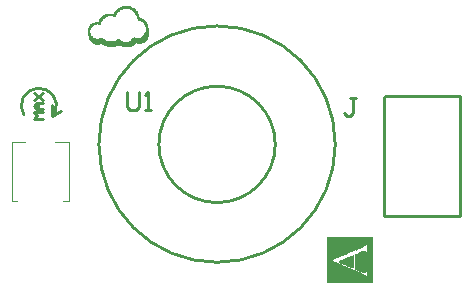
<source format=gto>
%FSLAX23Y23*%
%MOIN*%
G70*
G01*
G75*
%ADD10R,0.035X0.031*%
%ADD11R,0.079X0.079*%
%ADD12R,0.051X0.079*%
%ADD13R,0.118X0.039*%
%ADD14R,0.118X0.059*%
%ADD15C,0.010*%
%ADD16C,0.079*%
%ADD17C,0.060*%
%ADD18C,0.039*%
%ADD19C,0.236*%
%ADD20C,0.004*%
%ADD21C,0.000*%
%ADD22C,0.000*%
D15*
X959Y544D02*
G03*
X959Y544I-194J0D01*
G01*
X1159Y545D02*
G03*
X1159Y545I-394J0D01*
G01*
X225Y650D02*
G03*
X121Y642I-54J23D01*
G01*
X215Y640D02*
Y675D01*
Y640D02*
X245Y655D01*
X1575Y305D02*
Y705D01*
X1325D02*
X1575D01*
X1320Y700D02*
X1325Y705D01*
X1320Y305D02*
Y700D01*
Y305D02*
X1575D01*
X1227Y700D02*
X1207D01*
X1217D01*
Y650D01*
X1207Y640D01*
X1197D01*
X1187Y650D01*
X465Y720D02*
Y670D01*
X475Y660D01*
X495D01*
X505Y670D01*
Y720D01*
X525Y660D02*
X545D01*
X535D01*
Y720D01*
X525Y710D01*
X185Y630D02*
X154D01*
X164Y640D01*
X154Y651D01*
X185D01*
Y661D02*
X164D01*
X154Y672D01*
X164Y682D01*
X185D01*
X169D01*
Y661D01*
X154Y693D02*
X185Y714D01*
X154D02*
X185Y693D01*
D20*
X224Y553D02*
X270D01*
X81D02*
X124D01*
X252Y356D02*
X270D01*
X81D02*
X97D01*
X81D02*
Y553D01*
X270Y356D02*
Y553D01*
D21*
X475Y871D02*
X475D01*
X470D02*
X470D01*
X458D02*
X468D01*
X455D02*
X456D01*
X454D02*
X454D01*
X452D02*
X453D01*
X475Y871D02*
X475D01*
X472D02*
X473D01*
X470D02*
X472D01*
X456D02*
X469D01*
X454D02*
X455D01*
X453D02*
X454D01*
X451D02*
X451D01*
X473Y871D02*
X475D01*
X472D02*
X472D01*
X456D02*
X470D01*
X453D02*
X454D01*
X474Y871D02*
X475D01*
X473D02*
X473D01*
X454D02*
X472D01*
X451D02*
X454D01*
X474Y872D02*
X475D01*
X454D02*
X472D01*
X453D02*
X453D01*
X451D02*
X452D01*
X474Y872D02*
X475D01*
X473D02*
X474D01*
X453D02*
X473D01*
X452D02*
X453D01*
X451D02*
X452D01*
X474Y872D02*
X475D01*
X452D02*
X474D01*
X479Y872D02*
X479D01*
X477D02*
X477D01*
X475D02*
X475D01*
X451D02*
X475D01*
X451D02*
X451D01*
X449D02*
X450D01*
X421D02*
X424D01*
X419D02*
X421D01*
X416D02*
X418D01*
X412D02*
X415D01*
X409D02*
X410D01*
X405D02*
X407D01*
X404D02*
X405D01*
X401D02*
X403D01*
X399D02*
X399D01*
X478Y873D02*
X478D01*
X476D02*
X477D01*
X451D02*
X475D01*
X450D02*
X451D01*
X447D02*
X449D01*
X424D02*
X425D01*
X423D02*
X423D01*
X418D02*
X419D01*
X415D02*
X415D01*
X410D02*
X411D01*
X407D02*
X409D01*
X405D02*
X406D01*
X402D02*
X404D01*
X400D02*
X401D01*
X479Y873D02*
X479D01*
X477D02*
X478D01*
X450D02*
X476D01*
X449D02*
X450D01*
X448D02*
X449D01*
X424D02*
X425D01*
X423D02*
X424D01*
X420D02*
X422D01*
X408D02*
X418D01*
X406D02*
X407D01*
X404D02*
X405D01*
X400D02*
X402D01*
X477Y873D02*
X477D01*
X450D02*
X477D01*
X449D02*
X449D01*
X422D02*
X424D01*
X406D02*
X420D01*
X402D02*
X403D01*
X400D02*
X400D01*
X478Y873D02*
X479D01*
X449D02*
X477D01*
X447D02*
X448D01*
X424D02*
X425D01*
X404D02*
X422D01*
X403D02*
X403D01*
X448Y873D02*
X478D01*
X447D02*
X447D01*
X403D02*
X424D01*
X401D02*
X401D01*
X399D02*
X399D01*
X448Y874D02*
X478D01*
X447D02*
X447D01*
X401D02*
X425D01*
X400D02*
X401D01*
X399D02*
X400D01*
X447Y874D02*
X479D01*
X400D02*
X425D01*
X399D02*
X400D01*
X479Y874D02*
X481D01*
X447D02*
X479D01*
X446D02*
X447D01*
X445D02*
X445D01*
X444D02*
X445D01*
X432D02*
X433D01*
X431D02*
X431D01*
X428D02*
X429D01*
X427D02*
X427D01*
X400D02*
X426D01*
X398D02*
X399D01*
X396D02*
X396D01*
X394D02*
X395D01*
X393D02*
X394D01*
X482Y874D02*
X483D01*
X481D02*
X482D01*
X480D02*
X481D01*
X447D02*
X479D01*
X445D02*
X446D01*
X444D02*
X445D01*
X443D02*
X443D01*
X433D02*
X433D01*
X430D02*
X431D01*
X429D02*
X430D01*
X428D02*
X428D01*
X398D02*
X427D01*
X396D02*
X398D01*
X394D02*
X395D01*
X483Y875D02*
X483D01*
X481D02*
X482D01*
X446D02*
X480D01*
X444D02*
X445D01*
X443D02*
X444D01*
X433D02*
X433D01*
X430D02*
X431D01*
X429D02*
X429D01*
X398D02*
X428D01*
X395D02*
X396D01*
X481Y875D02*
X482D01*
X481D02*
X481D01*
X446D02*
X481D01*
X444D02*
X445D01*
X433D02*
X433D01*
X431D02*
X432D01*
X397D02*
X429D01*
X395D02*
X396D01*
X394D02*
X395D01*
X481Y875D02*
X483D01*
X445D02*
X481D01*
X443D02*
X444D01*
X431D02*
X432D01*
X431D02*
X431D01*
X396D02*
X430D01*
X394D02*
X395D01*
X482Y876D02*
X483D01*
X444D02*
X481D01*
X443D02*
X444D01*
X432D02*
X433D01*
X395D02*
X431D01*
X393D02*
X394D01*
X444Y876D02*
X482D01*
X443D02*
X444D01*
X432D02*
X433D01*
X394D02*
X431D01*
X393D02*
X394D01*
X482Y876D02*
X483D01*
X444D02*
X482D01*
X443D02*
X443D01*
X432D02*
X433D01*
X394D02*
X432D01*
X485Y876D02*
X485D01*
X484D02*
X484D01*
X483D02*
X483D01*
X444D02*
X482D01*
X443D02*
X443D01*
X442D02*
X443D01*
X441D02*
X442D01*
X435D02*
X437D01*
X433D02*
X434D01*
X393D02*
X433D01*
X392D02*
X393D01*
X390D02*
X391D01*
X389D02*
X389D01*
X484Y877D02*
X485D01*
X483D02*
X484D01*
X443D02*
X483D01*
X443D02*
X443D01*
X442D02*
X442D01*
X436D02*
X437D01*
X435D02*
X435D01*
X434D02*
X435D01*
X393D02*
X433D01*
X391D02*
X392D01*
X389D02*
X390D01*
X484Y877D02*
X485D01*
X483D02*
X484D01*
X443D02*
X483D01*
X442D02*
X442D01*
X441D02*
X441D01*
X435D02*
X435D01*
X434D02*
X435D01*
X392D02*
X434D01*
X391D02*
X392D01*
X391D02*
X391D01*
X389D02*
X390D01*
X485Y877D02*
X485D01*
X484D02*
X484D01*
X442D02*
X483D01*
X441D02*
X441D01*
X435D02*
X435D01*
X392D02*
X434D01*
X390D02*
X391D01*
X389D02*
X389D01*
X484Y877D02*
X484D01*
X442D02*
X484D01*
X441D02*
X442D01*
X436D02*
X437D01*
X391D02*
X435D01*
X389D02*
X390D01*
X484Y877D02*
X485D01*
X442D02*
X484D01*
X391D02*
X435D01*
X389D02*
X390D01*
X485Y878D02*
X485D01*
X442D02*
X484D01*
X441D02*
X441D01*
X390D02*
X436D01*
X389D02*
X389D01*
X441Y878D02*
X484D01*
X390D02*
X437D01*
X486Y878D02*
X487D01*
X441D02*
X485D01*
X440D02*
X440D01*
X439D02*
X439D01*
X438D02*
X438D01*
X389D02*
X437D01*
X387D02*
X387D01*
X385D02*
X386D01*
X486Y878D02*
X486D01*
X441D02*
X485D01*
X440D02*
X440D01*
X439D02*
X439D01*
X388D02*
X437D01*
X386D02*
X387D01*
X486Y879D02*
X486D01*
X440D02*
X486D01*
X440D02*
X440D01*
X438D02*
X439D01*
X388D02*
X438D01*
X387D02*
X388D01*
X386D02*
X387D01*
X486Y879D02*
X487D01*
X440D02*
X486D01*
X439D02*
X440D01*
X388D02*
X438D01*
X387D02*
X387D01*
X385D02*
X385D01*
X487Y879D02*
X487D01*
X440D02*
X486D01*
X439D02*
X440D01*
X439D02*
X439D01*
X387D02*
X438D01*
X386D02*
X387D01*
X487Y879D02*
X487D01*
X440D02*
X486D01*
X387D02*
X439D01*
X386D02*
X386D01*
X387Y880D02*
X487D01*
X385D02*
X386D01*
X386Y880D02*
X487D01*
X385D02*
X386D01*
X489Y880D02*
X489D01*
X488D02*
X488D01*
X386D02*
X487D01*
X385D02*
X385D01*
X384D02*
X384D01*
X383D02*
X383D01*
X371D02*
X372D01*
X366D02*
X370D01*
X363D02*
X365D01*
X359D02*
X359D01*
X488Y881D02*
X488D01*
X385D02*
X488D01*
X385D02*
X385D01*
X384D02*
X384D01*
X375D02*
X377D01*
X372D02*
X373D01*
X370D02*
X371D01*
X365D02*
X366D01*
X363D02*
X364D01*
X359D02*
X361D01*
X489Y881D02*
X489D01*
X488D02*
X488D01*
X385D02*
X488D01*
X384D02*
X384D01*
X383D02*
X383D01*
X377D02*
X377D01*
X375D02*
X375D01*
X371D02*
X374D01*
X366D02*
X370D01*
X364D02*
X365D01*
X362D02*
X363D01*
X361D02*
X361D01*
X359D02*
X359D01*
X489Y881D02*
X489D01*
X384D02*
X488D01*
X383D02*
X383D01*
X374D02*
X375D01*
X364D02*
X372D01*
X361D02*
X362D01*
X359D02*
X359D01*
X488Y881D02*
X489D01*
X384D02*
X488D01*
X383D02*
X384D01*
X375D02*
X377D01*
X362D02*
X374D01*
X359D02*
X360D01*
X384Y882D02*
X488D01*
X377D02*
X377D01*
X361D02*
X375D01*
X359D02*
X359D01*
X384Y882D02*
X488D01*
X383D02*
X383D01*
X377D02*
X377D01*
X360D02*
X376D01*
X359D02*
X359D01*
X384Y882D02*
X489D01*
X359D02*
X377D01*
X510Y882D02*
X511D01*
X505D02*
X507D01*
X500D02*
X502D01*
X499D02*
X499D01*
X491D02*
X491D01*
X489D02*
X490D01*
X383D02*
X489D01*
X382D02*
X383D01*
X380D02*
X381D01*
X379D02*
X379D01*
X358D02*
X378D01*
X356D02*
X357D01*
X355D02*
X356D01*
X353D02*
X354D01*
X509Y882D02*
X510D01*
X508D02*
X509D01*
X505D02*
X506D01*
X499D02*
X500D01*
X497D02*
X498D01*
X490D02*
X491D01*
X489D02*
X490D01*
X383D02*
X489D01*
X382D02*
X382D01*
X381D02*
X381D01*
X380D02*
X380D01*
X357D02*
X379D01*
X356D02*
X356D01*
X354D02*
X355D01*
X510Y883D02*
X511D01*
X506D02*
X508D01*
X500D02*
X503D01*
X499D02*
X499D01*
X497D02*
X497D01*
X490D02*
X491D01*
X382D02*
X489D01*
X382D02*
X382D01*
X381D02*
X381D01*
X357D02*
X379D01*
X355D02*
X356D01*
X354D02*
X354D01*
X353D02*
X353D01*
X508Y883D02*
X510D01*
X503D02*
X505D01*
X498D02*
X500D01*
X491D02*
X491D01*
X490D02*
X490D01*
X382D02*
X489D01*
X381D02*
X382D01*
X381D02*
X381D01*
X356D02*
X380D01*
X355D02*
X356D01*
X353D02*
X354D01*
X510Y883D02*
X511D01*
X500D02*
X508D01*
X498D02*
X498D01*
X491D02*
X491D01*
X382D02*
X490D01*
X381D02*
X382D01*
X356D02*
X380D01*
X354D02*
X355D01*
X353D02*
X353D01*
X498Y883D02*
X509D01*
X490D02*
X491D01*
X382D02*
X490D01*
X355D02*
X381D01*
X354D02*
X354D01*
X498Y884D02*
X511D01*
X497D02*
X498D01*
X354D02*
X491D01*
X353D02*
X354D01*
X497Y884D02*
X511D01*
X491D02*
X491D01*
X354D02*
X490D01*
X517Y884D02*
X517D01*
X515D02*
X516D01*
X513D02*
X514D01*
X496D02*
X512D01*
X495D02*
X495D01*
X492D02*
X493D01*
X491D02*
X492D01*
X491D02*
X491D01*
X462D02*
X491D01*
X458D02*
X459D01*
X354D02*
X458D01*
X352D02*
X353D01*
X351D02*
X351D01*
X516Y885D02*
X517D01*
X514D02*
X515D01*
X495D02*
X513D01*
X493D02*
X494D01*
X492D02*
X493D01*
X464D02*
X491D01*
X463D02*
X463D01*
X461D02*
X462D01*
X458D02*
X459D01*
X457D02*
X458D01*
X353D02*
X456D01*
X352D02*
X352D01*
X351D02*
X351D01*
X517Y885D02*
X517D01*
X515D02*
X516D01*
X515D02*
X515D01*
X494D02*
X514D01*
X492D02*
X493D01*
X491D02*
X491D01*
X465D02*
X491D01*
X465D02*
X465D01*
X463D02*
X464D01*
X461D02*
X462D01*
X458D02*
X458D01*
X455D02*
X457D01*
X352D02*
X454D01*
X351D02*
X351D01*
X515Y885D02*
X516D01*
X494D02*
X515D01*
X492D02*
X493D01*
X467D02*
X491D01*
X465D02*
X466D01*
X465D02*
X465D01*
X461D02*
X463D01*
X457D02*
X458D01*
X455D02*
X456D01*
X454D02*
X454D01*
X352D02*
X453D01*
X351D02*
X352D01*
X516Y885D02*
X517D01*
X493D02*
X515D01*
X491D02*
X492D01*
X468D02*
X491D01*
X467D02*
X467D01*
X465D02*
X466D01*
X463D02*
X464D01*
X461D02*
X461D01*
X459D02*
X459D01*
X456D02*
X457D01*
X454D02*
X455D01*
X453D02*
X454D01*
X452D02*
X453D01*
X352D02*
X452D01*
X516Y886D02*
X517D01*
X493D02*
X516D01*
X468D02*
X491D01*
X467D02*
X468D01*
X466D02*
X467D01*
X464D02*
X465D01*
X462D02*
X463D01*
X456D02*
X456D01*
X454D02*
X454D01*
X453D02*
X453D01*
X352D02*
X451D01*
X517Y886D02*
X517D01*
X492D02*
X516D01*
X469D02*
X491D01*
X469D02*
X469D01*
X468D02*
X468D01*
X467D02*
X467D01*
X465D02*
X466D01*
X463D02*
X464D01*
X456D02*
X458D01*
X455D02*
X455D01*
X453D02*
X454D01*
X451D02*
X452D01*
X451D02*
X451D01*
X351D02*
X450D01*
X470Y886D02*
X517D01*
X469D02*
X470D01*
X468D02*
X469D01*
X467D02*
X468D01*
X466D02*
X467D01*
X464D02*
X465D01*
X461D02*
X463D01*
X457D02*
X457D01*
X456D02*
X457D01*
X455D02*
X455D01*
X454D02*
X454D01*
X452D02*
X453D01*
X451D02*
X451D01*
X450D02*
X450D01*
X351D02*
X449D01*
X521Y886D02*
X521D01*
X520D02*
X520D01*
X517D02*
X518D01*
X471D02*
X517D01*
X350D02*
X449D01*
X350D02*
X350D01*
X349D02*
X349D01*
X348D02*
X349D01*
X347D02*
X348D01*
X521Y887D02*
X521D01*
X518D02*
X519D01*
X472D02*
X518D01*
X471D02*
X471D01*
X449D02*
X449D01*
X350D02*
X448D01*
X349D02*
X350D01*
X347D02*
X347D01*
X521Y887D02*
X521D01*
X519D02*
X519D01*
X472D02*
X518D01*
X472D02*
X472D01*
X471D02*
X471D01*
X448D02*
X448D01*
X414D02*
X447D01*
X407D02*
X409D01*
X350D02*
X405D01*
X347D02*
X347D01*
X519Y887D02*
X519D01*
X472D02*
X518D01*
X472D02*
X472D01*
X471D02*
X472D01*
X448D02*
X449D01*
X447D02*
X448D01*
X417D02*
X447D01*
X415D02*
X416D01*
X412D02*
X415D01*
X408D02*
X411D01*
X405D02*
X407D01*
X403D02*
X403D01*
X350D02*
X403D01*
X348D02*
X349D01*
X347D02*
X347D01*
X520Y887D02*
X521D01*
X473D02*
X519D01*
X473D02*
X473D01*
X472D02*
X472D01*
X471D02*
X472D01*
X448D02*
X448D01*
X447D02*
X447D01*
X447D02*
X447D01*
X418D02*
X446D01*
X415D02*
X415D01*
X411D02*
X412D01*
X407D02*
X408D01*
X403D02*
X405D01*
X401D02*
X403D01*
X349D02*
X401D01*
X348D02*
X348D01*
X474Y887D02*
X520D01*
X473D02*
X474D01*
X472D02*
X472D01*
X449D02*
X449D01*
X448D02*
X449D01*
X447D02*
X448D01*
X446D02*
X447D01*
X419D02*
X446D01*
X419D02*
X419D01*
X417D02*
X418D01*
X416D02*
X417D01*
X412D02*
X415D01*
X408D02*
X411D01*
X405D02*
X405D01*
X401D02*
X402D01*
X400D02*
X400D01*
X349D02*
X400D01*
X348D02*
X348D01*
X347D02*
X347D01*
X521Y888D02*
X521D01*
X474D02*
X520D01*
X474D02*
X474D01*
X472D02*
X473D01*
X471D02*
X472D01*
X448D02*
X448D01*
X447D02*
X447D01*
X446D02*
X447D01*
X446D02*
X446D01*
X421D02*
X445D01*
X420D02*
X421D01*
X419D02*
X419D01*
X418D02*
X418D01*
X413D02*
X414D01*
X411D02*
X412D01*
X407D02*
X408D01*
X403D02*
X405D01*
X400D02*
X401D01*
X349D02*
X399D01*
X348D02*
X348D01*
X347D02*
X347D01*
X475Y888D02*
X520D01*
X474D02*
X474D01*
X473D02*
X474D01*
X472D02*
X473D01*
X471D02*
X471D01*
X448D02*
X449D01*
X447D02*
X447D01*
X446D02*
X446D01*
X445D02*
X445D01*
X421D02*
X445D01*
X421D02*
X421D01*
X419D02*
X420D01*
X418D02*
X419D01*
X417D02*
X417D01*
X415D02*
X416D01*
X412D02*
X415D01*
X410D02*
X411D01*
X409D02*
X410D01*
X405D02*
X406D01*
X405D02*
X405D01*
X401D02*
X402D01*
X401D02*
X401D01*
X399D02*
X400D01*
X398D02*
X398D01*
X348D02*
X398D01*
X348D02*
X348D01*
X522Y888D02*
X523D01*
X521D02*
X521D01*
X475D02*
X521D01*
X423D02*
X444D01*
X397D02*
X397D01*
X348D02*
X396D01*
X347D02*
X348D01*
X346D02*
X347D01*
X345D02*
X345D01*
X523Y888D02*
X523D01*
X521D02*
X522D01*
X475D02*
X521D01*
X475D02*
X475D01*
X445D02*
X445D01*
X444D02*
X444D01*
X424D02*
X444D01*
X423D02*
X424D01*
X396D02*
X397D01*
X348D02*
X396D01*
X347D02*
X347D01*
X346D02*
X347D01*
X523Y889D02*
X523D01*
X522D02*
X522D01*
X476D02*
X521D01*
X475D02*
X475D01*
X444D02*
X445D01*
X424D02*
X444D01*
X424D02*
X424D01*
X396D02*
X397D01*
X347D02*
X395D01*
X347D02*
X347D01*
X476Y889D02*
X521D01*
X475D02*
X476D01*
X445D02*
X445D01*
X444D02*
X444D01*
X444D02*
X444D01*
X425D02*
X443D01*
X423D02*
X424D01*
X395D02*
X395D01*
X394D02*
X395D01*
X347D02*
X394D01*
X345D02*
X346D01*
X522Y889D02*
X523D01*
X476D02*
X522D01*
X476D02*
X476D01*
X475D02*
X475D01*
X444D02*
X445D01*
X444D02*
X444D01*
X426D02*
X443D01*
X424D02*
X425D01*
X423D02*
X424D01*
X397D02*
X397D01*
X395D02*
X396D01*
X395D02*
X395D01*
X394D02*
X394D01*
X347D02*
X394D01*
X345D02*
X346D01*
X522Y890D02*
X523D01*
X477D02*
X522D01*
X476D02*
X476D01*
X475D02*
X475D01*
X444D02*
X445D01*
X444D02*
X444D01*
X443D02*
X443D01*
X427D02*
X442D01*
X426D02*
X427D01*
X425D02*
X426D01*
X424D02*
X424D01*
X423D02*
X423D01*
X396D02*
X397D01*
X395D02*
X395D01*
X394D02*
X395D01*
X393D02*
X394D01*
X393D02*
X393D01*
X347D02*
X393D01*
X345D02*
X346D01*
X477Y890D02*
X522D01*
X476D02*
X476D01*
X475D02*
X476D01*
X475D02*
X475D01*
X445D02*
X445D01*
X444D02*
X444D01*
X444D02*
X444D01*
X442D02*
X443D01*
X428D02*
X442D01*
X426D02*
X427D01*
X425D02*
X426D01*
X424D02*
X425D01*
X423D02*
X424D01*
X395D02*
X396D01*
X395D02*
X395D01*
X394D02*
X394D01*
X393D02*
X393D01*
X346D02*
X393D01*
X345D02*
X346D01*
X477Y890D02*
X523D01*
X477D02*
X477D01*
X476D02*
X477D01*
X475D02*
X475D01*
X444D02*
X444D01*
X443D02*
X444D01*
X443D02*
X443D01*
X442D02*
X442D01*
X428D02*
X442D01*
X428D02*
X428D01*
X427D02*
X427D01*
X426D02*
X426D01*
X425D02*
X425D01*
X424D02*
X424D01*
X423D02*
X423D01*
X396D02*
X397D01*
X395D02*
X395D01*
X394D02*
X394D01*
X393D02*
X393D01*
X392D02*
X392D01*
X346D02*
X391D01*
X345D02*
X346D01*
X524Y890D02*
X525D01*
X523D02*
X524D01*
X477D02*
X523D01*
X477D02*
X477D01*
X443D02*
X443D01*
X442D02*
X442D01*
X428D02*
X442D01*
X428D02*
X428D01*
X427D02*
X428D01*
X346D02*
X391D01*
X345D02*
X346D01*
X524Y891D02*
X525D01*
X479D02*
X523D01*
X477D02*
X477D01*
X442D02*
X443D01*
X442D02*
X442D01*
X429D02*
X441D01*
X429D02*
X429D01*
X428D02*
X428D01*
X427D02*
X428D01*
X391D02*
X391D01*
X346D02*
X390D01*
X345D02*
X345D01*
X524Y891D02*
X525D01*
X479D02*
X524D01*
X478D02*
X479D01*
X477D02*
X477D01*
X443D02*
X443D01*
X442D02*
X442D01*
X442D02*
X442D01*
X430D02*
X441D01*
X429D02*
X430D01*
X428D02*
X428D01*
X427D02*
X428D01*
X391D02*
X391D01*
X345D02*
X390D01*
X345D02*
X345D01*
X344D02*
X345D01*
X343D02*
X343D01*
X524Y891D02*
X525D01*
X479D02*
X524D01*
X479D02*
X479D01*
X477D02*
X477D01*
X443D02*
X443D01*
X442D02*
X442D01*
X441D02*
X441D01*
X430D02*
X441D01*
X430D02*
X430D01*
X428D02*
X429D01*
X427D02*
X428D01*
X391D02*
X391D01*
X345D02*
X390D01*
X344D02*
X345D01*
X343D02*
X343D01*
X525Y891D02*
X525D01*
X479D02*
X524D01*
X478D02*
X479D01*
X442D02*
X443D01*
X442D02*
X442D01*
X431D02*
X441D01*
X430D02*
X430D01*
X429D02*
X430D01*
X427D02*
X428D01*
X345D02*
X389D01*
X344D02*
X344D01*
X525Y891D02*
X525D01*
X479D02*
X524D01*
X479D02*
X479D01*
X477D02*
X478D01*
X442D02*
X443D01*
X441D02*
X442D01*
X440D02*
X440D01*
X431D02*
X440D01*
X431D02*
X431D01*
X430D02*
X430D01*
X428D02*
X428D01*
X427D02*
X427D01*
X391D02*
X391D01*
X389D02*
X390D01*
X345D02*
X388D01*
X344D02*
X344D01*
X343D02*
X343D01*
X480Y892D02*
X525D01*
X479D02*
X480D01*
X479D02*
X479D01*
X478D02*
X478D01*
X477D02*
X477D01*
X442D02*
X442D01*
X441D02*
X441D01*
X440D02*
X440D01*
X440D02*
X440D01*
X432D02*
X440D01*
X431D02*
X431D01*
X428D02*
X430D01*
X427D02*
X427D01*
X391D02*
X391D01*
X390D02*
X391D01*
X388D02*
X389D01*
X345D02*
X388D01*
X343D02*
X343D01*
X480Y892D02*
X525D01*
X480D02*
X480D01*
X479D02*
X479D01*
X479D02*
X479D01*
X477D02*
X478D01*
X443D02*
X443D01*
X442D02*
X442D01*
X441D02*
X442D01*
X440D02*
X441D01*
X440D02*
X440D01*
X432D02*
X440D01*
X431D02*
X432D01*
X430D02*
X431D01*
X428D02*
X429D01*
X427D02*
X428D01*
X390D02*
X391D01*
X389D02*
X390D01*
X388D02*
X388D01*
X344D02*
X387D01*
X343D02*
X343D01*
X527Y892D02*
X527D01*
X525D02*
X526D01*
X481D02*
X525D01*
X480D02*
X480D01*
X479D02*
X479D01*
X433D02*
X439D01*
X432D02*
X432D01*
X431D02*
X431D01*
X344D02*
X387D01*
X343D02*
X344D01*
X343D02*
X343D01*
X527Y892D02*
X527D01*
X526D02*
X526D01*
X481D02*
X525D01*
X480D02*
X481D01*
X479D02*
X480D01*
X433D02*
X439D01*
X432D02*
X432D01*
X431D02*
X431D01*
X387D02*
X387D01*
X344D02*
X386D01*
X343D02*
X343D01*
X527Y893D02*
X527D01*
X526D02*
X526D01*
X481D02*
X525D01*
X480D02*
X481D01*
X479D02*
X480D01*
X479D02*
X479D01*
X433D02*
X439D01*
X432D02*
X433D01*
X431D02*
X431D01*
X387D02*
X387D01*
X344D02*
X386D01*
X343D02*
X343D01*
X526Y893D02*
X527D01*
X481D02*
X526D01*
X481D02*
X481D01*
X480D02*
X480D01*
X479D02*
X479D01*
X438D02*
X439D01*
X434D02*
X438D01*
X433D02*
X433D01*
X432D02*
X433D01*
X431D02*
X432D01*
X386D02*
X387D01*
X343D02*
X386D01*
X343D02*
X343D01*
X526Y893D02*
X527D01*
X481D02*
X526D01*
X480D02*
X480D01*
X479D02*
X479D01*
X434D02*
X438D01*
X433D02*
X433D01*
X431D02*
X432D01*
X386D02*
X386D01*
X343D02*
X385D01*
X481Y893D02*
X526D01*
X481D02*
X481D01*
X480D02*
X480D01*
X479D02*
X479D01*
X438D02*
X439D01*
X435D02*
X438D01*
X434D02*
X434D01*
X433D02*
X434D01*
X433D02*
X433D01*
X432D02*
X432D01*
X431D02*
X431D01*
X387D02*
X387D01*
X386D02*
X386D01*
X385D02*
X386D01*
X343D02*
X385D01*
X482Y894D02*
X526D01*
X481D02*
X481D01*
X479D02*
X480D01*
X438D02*
X439D01*
X435D02*
X438D01*
X435D02*
X435D01*
X434D02*
X434D01*
X433D02*
X433D01*
X432D02*
X433D01*
X431D02*
X431D01*
X386D02*
X387D01*
X386D02*
X386D01*
X385D02*
X385D01*
X343D02*
X385D01*
X482Y894D02*
X527D01*
X481D02*
X481D01*
X480D02*
X481D01*
X479D02*
X480D01*
X479D02*
X479D01*
X438D02*
X439D01*
X438D02*
X438D01*
X435D02*
X438D01*
X435D02*
X435D01*
X434D02*
X435D01*
X433D02*
X433D01*
X431D02*
X432D01*
X387D02*
X387D01*
X386D02*
X387D01*
X385D02*
X386D01*
X384D02*
X385D01*
X343D02*
X384D01*
X527Y894D02*
X528D01*
X482D02*
X527D01*
X482D02*
X482D01*
X481D02*
X482D01*
X384D02*
X384D01*
X343D02*
X384D01*
X342D02*
X342D01*
X341D02*
X342D01*
X483Y895D02*
X527D01*
X481D02*
X482D01*
X481D02*
X481D01*
X385D02*
X385D01*
X384D02*
X384D01*
X343D02*
X384D01*
X342D02*
X342D01*
X341D02*
X341D01*
X528Y895D02*
X528D01*
X483D02*
X527D01*
X482D02*
X483D01*
X481D02*
X482D01*
X384D02*
X384D01*
X366D02*
X383D01*
X363D02*
X363D01*
X343D02*
X363D01*
X342D02*
X342D01*
X341D02*
X341D01*
X529Y895D02*
X529D01*
X528D02*
X529D01*
X483D02*
X527D01*
X482D02*
X483D01*
X481D02*
X482D01*
X384D02*
X385D01*
X383D02*
X384D01*
X369D02*
X383D01*
X367D02*
X368D01*
X364D02*
X366D01*
X362D02*
X363D01*
X342D02*
X361D01*
X342D02*
X342D01*
X341D02*
X341D01*
X528Y895D02*
X529D01*
X483D02*
X528D01*
X482D02*
X482D01*
X481D02*
X481D01*
X384D02*
X385D01*
X383D02*
X383D01*
X370D02*
X382D01*
X370D02*
X370D01*
X369D02*
X369D01*
X367D02*
X368D01*
X366D02*
X367D01*
X363D02*
X363D01*
X361D02*
X363D01*
X359D02*
X360D01*
X342D02*
X359D01*
X341D02*
X342D01*
X484Y896D02*
X528D01*
X483D02*
X483D01*
X482D02*
X482D01*
X481D02*
X481D01*
X383D02*
X384D01*
X382D02*
X383D01*
X371D02*
X382D01*
X370D02*
X371D01*
X370D02*
X370D01*
X368D02*
X369D01*
X364D02*
X365D01*
X363D02*
X363D01*
X361D02*
X361D01*
X359D02*
X360D01*
X359D02*
X359D01*
X342D02*
X358D01*
X341D02*
X342D01*
X484Y896D02*
X528D01*
X483D02*
X483D01*
X481D02*
X482D01*
X384D02*
X385D01*
X383D02*
X383D01*
X382D02*
X383D01*
X382D02*
X382D01*
X372D02*
X382D01*
X371D02*
X371D01*
X370D02*
X370D01*
X369D02*
X370D01*
X366D02*
X368D01*
X363D02*
X364D01*
X361D02*
X363D01*
X361D02*
X361D01*
X357D02*
X358D01*
X341D02*
X357D01*
X529Y896D02*
X529D01*
X484D02*
X528D01*
X483D02*
X484D01*
X482D02*
X482D01*
X481D02*
X482D01*
X481D02*
X481D01*
X384D02*
X385D01*
X383D02*
X384D01*
X382D02*
X382D01*
X373D02*
X382D01*
X371D02*
X372D01*
X370D02*
X371D01*
X368D02*
X368D01*
X366D02*
X366D01*
X360D02*
X361D01*
X359D02*
X359D01*
X357D02*
X357D01*
X342D02*
X356D01*
X341D02*
X342D01*
X531Y896D02*
X531D01*
X530D02*
X530D01*
X529D02*
X529D01*
X484D02*
X528D01*
X483D02*
X484D01*
X374D02*
X381D01*
X373D02*
X373D01*
X357D02*
X357D01*
X356D02*
X356D01*
X342D02*
X356D01*
X341D02*
X341D01*
X339D02*
X339D01*
X531Y896D02*
X531D01*
X484D02*
X529D01*
X484D02*
X484D01*
X483D02*
X483D01*
X375D02*
X381D01*
X373D02*
X374D01*
X356D02*
X356D01*
X355D02*
X355D01*
X341D02*
X355D01*
X340D02*
X341D01*
X530Y897D02*
X531D01*
X484D02*
X529D01*
X484D02*
X484D01*
X483D02*
X483D01*
X375D02*
X381D01*
X375D02*
X375D01*
X373D02*
X374D01*
X356D02*
X357D01*
X355D02*
X356D01*
X341D02*
X354D01*
X340D02*
X341D01*
X530Y897D02*
X531D01*
X529D02*
X530D01*
X501D02*
X529D01*
X485D02*
X501D01*
X484D02*
X484D01*
X484D02*
X484D01*
X483D02*
X484D01*
X380D02*
X381D01*
X376D02*
X380D01*
X375D02*
X376D01*
X374D02*
X375D01*
X356D02*
X356D01*
X354D02*
X355D01*
X341D02*
X354D01*
X340D02*
X340D01*
X529Y897D02*
X530D01*
X504D02*
X529D01*
X498D02*
X502D01*
X485D02*
X498D01*
X484D02*
X485D01*
X484D02*
X484D01*
X483D02*
X484D01*
X377D02*
X380D01*
X376D02*
X376D01*
X375D02*
X376D01*
X373D02*
X375D01*
X357D02*
X357D01*
X356D02*
X356D01*
X341D02*
X354D01*
X340D02*
X340D01*
X531Y897D02*
X531D01*
X505D02*
X529D01*
X503D02*
X504D01*
X502D02*
X503D01*
X499D02*
X500D01*
X498D02*
X498D01*
X497D02*
X498D01*
X485D02*
X496D01*
X485D02*
X485D01*
X484D02*
X484D01*
X484D02*
X484D01*
X483D02*
X483D01*
X380D02*
X380D01*
X376D02*
X380D01*
X375D02*
X375D01*
X373D02*
X373D01*
X356D02*
X357D01*
X355D02*
X356D01*
X354D02*
X355D01*
X341D02*
X353D01*
X339D02*
X340D01*
X531Y898D02*
X531D01*
X530D02*
X530D01*
X507D02*
X530D01*
X506D02*
X507D01*
X504D02*
X505D01*
X503D02*
X503D01*
X500D02*
X502D01*
X498D02*
X499D01*
X497D02*
X497D01*
X496D02*
X497D01*
X485D02*
X495D01*
X485D02*
X485D01*
X484D02*
X484D01*
X484D02*
X484D01*
X380D02*
X381D01*
X380D02*
X380D01*
X377D02*
X380D01*
X377D02*
X377D01*
X375D02*
X377D01*
X373D02*
X375D01*
X356D02*
X357D01*
X355D02*
X355D01*
X354D02*
X354D01*
X352D02*
X353D01*
X340D02*
X352D01*
X339D02*
X340D01*
X530Y898D02*
X530D01*
X508D02*
X530D01*
X507D02*
X507D01*
X506D02*
X506D01*
X503D02*
X504D01*
X502D02*
X503D01*
X497D02*
X498D01*
X496D02*
X497D01*
X495D02*
X496D01*
X486D02*
X494D01*
X485D02*
X485D01*
X484D02*
X484D01*
X483D02*
X483D01*
X380D02*
X381D01*
X380D02*
X380D01*
X378D02*
X379D01*
X377D02*
X377D01*
X377D02*
X377D01*
X376D02*
X376D01*
X375D02*
X375D01*
X373D02*
X373D01*
X357D02*
X357D01*
X355D02*
X356D01*
X354D02*
X355D01*
X354D02*
X354D01*
X353D02*
X353D01*
X352D02*
X352D01*
X340D02*
X352D01*
X339D02*
X340D01*
X530Y898D02*
X531D01*
X530D02*
X530D01*
X508D02*
X530D01*
X507D02*
X508D01*
X494D02*
X495D01*
X486D02*
X494D01*
X485D02*
X485D01*
X353D02*
X353D01*
X352D02*
X352D01*
X340D02*
X352D01*
X340D02*
X340D01*
X339D02*
X340D01*
X530Y899D02*
X530D01*
X510D02*
X530D01*
X508D02*
X509D01*
X508D02*
X508D01*
X507D02*
X507D01*
X494D02*
X495D01*
X493D02*
X493D01*
X486D02*
X493D01*
X485D02*
X486D01*
X353D02*
X353D01*
X352D02*
X352D01*
X340D02*
X351D01*
X340D02*
X340D01*
X339D02*
X339D01*
X530Y899D02*
X530D01*
X510D02*
X530D01*
X509D02*
X510D01*
X508D02*
X508D01*
X507D02*
X507D01*
X494D02*
X495D01*
X493D02*
X493D01*
X492D02*
X493D01*
X486D02*
X492D01*
X485D02*
X486D01*
X352D02*
X352D01*
X340D02*
X350D01*
X340D02*
X340D01*
X339D02*
X339D01*
X530Y899D02*
X531D01*
X511D02*
X530D01*
X510D02*
X510D01*
X509D02*
X510D01*
X509D02*
X509D01*
X508D02*
X508D01*
X507D02*
X507D01*
X494D02*
X495D01*
X492D02*
X492D01*
X486D02*
X491D01*
X351D02*
X352D01*
X340D02*
X350D01*
X340D02*
X340D01*
X339D02*
X339D01*
X530Y899D02*
X531D01*
X511D02*
X530D01*
X510D02*
X511D01*
X508D02*
X510D01*
X507D02*
X507D01*
X494D02*
X495D01*
X492D02*
X493D01*
X491D02*
X492D01*
X486D02*
X491D01*
X486D02*
X486D01*
X352D02*
X353D01*
X351D02*
X352D01*
X350D02*
X351D01*
X340D02*
X350D01*
X340D02*
X340D01*
X530Y900D02*
X531D01*
X512D02*
X530D01*
X511D02*
X512D01*
X509D02*
X510D01*
X507D02*
X508D01*
X493D02*
X494D01*
X492D02*
X492D01*
X491D02*
X491D01*
X486D02*
X490D01*
X486D02*
X486D01*
X485D02*
X486D01*
X352D02*
X353D01*
X351D02*
X351D01*
X350D02*
X350D01*
X340D02*
X350D01*
X339D02*
X340D01*
X512Y900D02*
X530D01*
X512D02*
X512D01*
X511D02*
X511D01*
X510D02*
X511D01*
X510D02*
X510D01*
X509D02*
X509D01*
X507D02*
X508D01*
X493D02*
X494D01*
X493D02*
X493D01*
X491D02*
X492D01*
X491D02*
X491D01*
X490D02*
X491D01*
X487D02*
X490D01*
X486D02*
X486D01*
X485D02*
X486D01*
X351D02*
X352D01*
X350D02*
X351D01*
X349D02*
X350D01*
X340D02*
X349D01*
X339D02*
X340D01*
X531Y900D02*
X531D01*
X512D02*
X530D01*
X511D02*
X512D01*
X511D02*
X511D01*
X510D02*
X511D01*
X509D02*
X510D01*
X508D02*
X509D01*
X507D02*
X507D01*
X495D02*
X495D01*
X493D02*
X493D01*
X491D02*
X492D01*
X491D02*
X491D01*
X490D02*
X491D01*
X486D02*
X489D01*
X486D02*
X486D01*
X485D02*
X486D01*
X353D02*
X353D01*
X352D02*
X352D01*
X351D02*
X351D01*
X350D02*
X350D01*
X349D02*
X349D01*
X340D02*
X349D01*
X339D02*
X339D01*
X531Y900D02*
X532D01*
X513D02*
X531D01*
X487D02*
X489D01*
X349D02*
X349D01*
X340D02*
X348D01*
X339D02*
X340D01*
X531Y900D02*
X532D01*
X514D02*
X531D01*
X513D02*
X513D01*
X489D02*
X489D01*
X488D02*
X488D01*
X487D02*
X488D01*
X349D02*
X349D01*
X340D02*
X348D01*
X339D02*
X340D01*
X532Y901D02*
X533D01*
X514D02*
X531D01*
X513D02*
X514D01*
X489D02*
X489D01*
X488D02*
X488D01*
X349D02*
X349D01*
X348D02*
X349D01*
X348D02*
X348D01*
X339D02*
X347D01*
X532Y901D02*
X533D01*
X514D02*
X531D01*
X487D02*
X488D01*
X349D02*
X349D01*
X348D02*
X348D01*
X347D02*
X348D01*
X340D02*
X347D01*
X532Y901D02*
X533D01*
X515D02*
X531D01*
X515D02*
X515D01*
X514D02*
X514D01*
X513D02*
X513D01*
X488D02*
X489D01*
X488D02*
X488D01*
X349D02*
X349D01*
X347D02*
X348D01*
X340D02*
X347D01*
X532Y901D02*
X533D01*
X515D02*
X531D01*
X513D02*
X514D01*
X488D02*
X489D01*
X487D02*
X487D01*
X348D02*
X349D01*
X339D02*
X347D01*
X515Y902D02*
X532D01*
X515D02*
X515D01*
X514D02*
X515D01*
X513D02*
X514D01*
X513D02*
X513D01*
X488D02*
X488D01*
X349D02*
X349D01*
X348D02*
X349D01*
X348D02*
X348D01*
X347D02*
X347D01*
X339D02*
X347D01*
X516Y902D02*
X532D01*
X515D02*
X515D01*
X514D02*
X514D01*
X513D02*
X513D01*
X489D02*
X489D01*
X487D02*
X488D01*
X348D02*
X349D01*
X347D02*
X347D01*
X339D02*
X347D01*
X533Y902D02*
X533D01*
X532D02*
X533D01*
X516D02*
X532D01*
X516D02*
X516D01*
X515D02*
X515D01*
X347D02*
X347D01*
X339D02*
X346D01*
X338D02*
X339D01*
X337D02*
X338D01*
X532Y902D02*
X533D01*
X517D02*
X532D01*
X516D02*
X516D01*
X515D02*
X516D01*
X347D02*
X347D01*
X338D02*
X346D01*
X337D02*
X338D01*
X533Y903D02*
X533D01*
X517D02*
X532D01*
X516D02*
X516D01*
X516D02*
X516D01*
X515D02*
X515D01*
X346D02*
X347D01*
X338D02*
X346D01*
X533Y903D02*
X533D01*
X517D02*
X532D01*
X516D02*
X517D01*
X516D02*
X516D01*
X515D02*
X516D01*
X347D02*
X347D01*
X346D02*
X346D01*
X339D02*
X345D01*
X338D02*
X338D01*
X337D02*
X337D01*
X533Y903D02*
X533D01*
X517D02*
X532D01*
X517D02*
X517D01*
X515D02*
X516D01*
X346D02*
X347D01*
X346D02*
X346D01*
X345D02*
X345D01*
X339D02*
X345D01*
X338D02*
X338D01*
X337D02*
X337D01*
X517Y904D02*
X533D01*
X517D02*
X517D01*
X516D02*
X517D01*
X516D02*
X516D01*
X515D02*
X515D01*
X347D02*
X347D01*
X346D02*
X347D01*
X345D02*
X345D01*
X339D02*
X345D01*
X338D02*
X338D01*
X337D02*
X337D01*
X533Y904D02*
X533D01*
X518D02*
X533D01*
X517D02*
X518D01*
X517D02*
X517D01*
X516D02*
X516D01*
X515D02*
X516D01*
X347D02*
X347D01*
X346D02*
X347D01*
X346D02*
X346D01*
X345D02*
X345D01*
X338D02*
X345D01*
X338D02*
X338D01*
X337D02*
X337D01*
X533Y904D02*
X533D01*
X518D02*
X533D01*
X518D02*
X518D01*
X517D02*
X517D01*
X516D02*
X516D01*
X516D02*
X516D01*
X515D02*
X515D01*
X347D02*
X347D01*
X346D02*
X346D01*
X338D02*
X345D01*
X338D02*
X338D01*
X533Y904D02*
X533D01*
X518D02*
X533D01*
X518D02*
X518D01*
X517D02*
X518D01*
X517D02*
X517D01*
X344D02*
X345D01*
X339D02*
X344D01*
X338D02*
X338D01*
X337D02*
X338D01*
X519Y905D02*
X533D01*
X518D02*
X518D01*
X517D02*
X518D01*
X517D02*
X517D01*
X345D02*
X345D01*
X344D02*
X344D01*
X339D02*
X344D01*
X338D02*
X338D01*
X337D02*
X338D01*
X519Y905D02*
X533D01*
X518D02*
X519D01*
X517D02*
X518D01*
X345D02*
X345D01*
X338D02*
X344D01*
X338D02*
X338D01*
X337D02*
X338D01*
X519Y905D02*
X533D01*
X518D02*
X519D01*
X518D02*
X518D01*
X517D02*
X517D01*
X344D02*
X345D01*
X338D02*
X344D01*
X337D02*
X338D01*
X520Y905D02*
X533D01*
X519D02*
X520D01*
X517D02*
X517D01*
X345D02*
X345D01*
X344D02*
X344D01*
X338D02*
X343D01*
X337D02*
X338D01*
X520Y905D02*
X533D01*
X520D02*
X520D01*
X518D02*
X519D01*
X517D02*
X517D01*
X345D02*
X345D01*
X344D02*
X345D01*
X343D02*
X344D01*
X338D02*
X343D01*
X337D02*
X338D01*
X520Y906D02*
X533D01*
X519D02*
X519D01*
X518D02*
X518D01*
X344D02*
X345D01*
X343D02*
X343D01*
X338D02*
X343D01*
X338D02*
X338D01*
X337D02*
X337D01*
X520Y906D02*
X533D01*
X520D02*
X520D01*
X519D02*
X520D01*
X518D02*
X519D01*
X517D02*
X518D01*
X517D02*
X517D01*
X345D02*
X345D01*
X344D02*
X344D01*
X343D02*
X344D01*
X343D02*
X343D01*
X338D02*
X343D01*
X337D02*
X337D01*
X534Y906D02*
X535D01*
X534D02*
X534D01*
X521D02*
X533D01*
X520D02*
X520D01*
X343D02*
X343D01*
X338D02*
X343D01*
X338D02*
X338D01*
X337D02*
X338D01*
X534Y906D02*
X535D01*
X521D02*
X533D01*
X520D02*
X520D01*
X519D02*
X519D01*
X338D02*
X343D01*
X337D02*
X337D01*
X535Y907D02*
X535D01*
X534D02*
X535D01*
X521D02*
X534D01*
X520D02*
X521D01*
X520D02*
X520D01*
X343D02*
X343D01*
X338D02*
X343D01*
X338D02*
X338D01*
X337D02*
X337D01*
X535Y907D02*
X535D01*
X534D02*
X534D01*
X521D02*
X534D01*
X521D02*
X521D01*
X519D02*
X520D01*
X343D02*
X343D01*
X338D02*
X342D01*
X338D02*
X338D01*
X337D02*
X338D01*
X535Y907D02*
X535D01*
X534D02*
X534D01*
X521D02*
X534D01*
X521D02*
X521D01*
X520D02*
X520D01*
X519D02*
X520D01*
X343D02*
X343D01*
X342D02*
X343D01*
X338D02*
X342D01*
X337D02*
X338D01*
X521Y908D02*
X534D01*
X521D02*
X521D01*
X520D02*
X521D01*
X519D02*
X520D01*
X342D02*
X343D01*
X338D02*
X342D01*
X337D02*
X338D01*
X535Y908D02*
X535D01*
X534D02*
X534D01*
X521D02*
X534D01*
X521D02*
X521D01*
X519D02*
X520D01*
X343D02*
X343D01*
X342D02*
X343D01*
X342D02*
X342D01*
X338D02*
X342D01*
X338D02*
X338D01*
X535Y908D02*
X535D01*
X534D02*
X534D01*
X522D02*
X534D01*
X521D02*
X521D01*
X520D02*
X521D01*
X520D02*
X520D01*
X519D02*
X519D01*
X342D02*
X342D01*
X338D02*
X342D01*
X535Y908D02*
X535D01*
X534D02*
X534D01*
X522D02*
X534D01*
X521D02*
X522D01*
X343D02*
X343D01*
X342D02*
X342D01*
X338D02*
X342D01*
X338D02*
X338D01*
X337D02*
X337D01*
X535Y909D02*
X535D01*
X522D02*
X534D01*
X522D02*
X522D01*
X521D02*
X521D01*
X343D02*
X343D01*
X342D02*
X342D01*
X338D02*
X341D01*
X337D02*
X337D01*
X535Y909D02*
X535D01*
X522D02*
X534D01*
X521D02*
X522D01*
X521D02*
X521D01*
X343D02*
X343D01*
X342D02*
X342D01*
X338D02*
X341D01*
X337D02*
X338D01*
X535Y909D02*
X535D01*
X522D02*
X534D01*
X521D02*
X522D01*
X342D02*
X343D01*
X341D02*
X342D01*
X337D02*
X341D01*
X535Y909D02*
X535D01*
X523D02*
X534D01*
X522D02*
X523D01*
X522D02*
X522D01*
X521D02*
X522D01*
X342D02*
X343D01*
X341D02*
X342D01*
X338D02*
X341D01*
X337D02*
X337D01*
X535Y910D02*
X535D01*
X523D02*
X534D01*
X522D02*
X522D01*
X521D02*
X521D01*
X343D02*
X343D01*
X342D02*
X342D01*
X337D02*
X341D01*
X523Y910D02*
X535D01*
X522D02*
X523D01*
X521D02*
X522D01*
X521D02*
X521D01*
X343D02*
X343D01*
X341D02*
X342D01*
X337D02*
X341D01*
X524Y910D02*
X535D01*
X523D02*
X523D01*
X522D02*
X522D01*
X521D02*
X521D01*
X342D02*
X343D01*
X341D02*
X341D01*
X337D02*
X340D01*
X535Y910D02*
X535D01*
X524D02*
X534D01*
X523D02*
X524D01*
X341D02*
X341D01*
X337D02*
X340D01*
X336D02*
X337D01*
X336D02*
X336D01*
X524Y910D02*
X535D01*
X340D02*
X341D01*
X337D02*
X340D01*
X336D02*
X336D01*
X335D02*
X335D01*
X535Y911D02*
X535D01*
X524D02*
X535D01*
X523D02*
X524D01*
X340D02*
X341D01*
X337D02*
X340D01*
X336D02*
X336D01*
X335D02*
X335D01*
X535Y911D02*
X535D01*
X524D02*
X535D01*
X523D02*
X524D01*
X337D02*
X341D01*
X336D02*
X336D01*
X335D02*
X336D01*
X535Y911D02*
X535D01*
X524D02*
X535D01*
X524D02*
X524D01*
X523D02*
X523D01*
X340D02*
X341D01*
X336D02*
X340D01*
X335D02*
X336D01*
X535Y911D02*
X535D01*
X525D02*
X535D01*
X524D02*
X524D01*
X523D02*
X524D01*
X340D02*
X341D01*
X336D02*
X340D01*
X335D02*
X335D01*
X535Y912D02*
X535D01*
X525D02*
X535D01*
X523D02*
X524D01*
X340D02*
X340D01*
X336D02*
X340D01*
X336D02*
X336D01*
X335D02*
X336D01*
X535Y912D02*
X535D01*
X525D02*
X535D01*
X524D02*
X524D01*
X524D02*
X524D01*
X523D02*
X523D01*
X340D02*
X341D01*
X340D02*
X340D01*
X336D02*
X340D01*
X335D02*
X336D01*
X525Y912D02*
X535D01*
X524D02*
X524D01*
X523D02*
X523D01*
X341D02*
X341D01*
X340D02*
X340D01*
X336D02*
X340D01*
X335D02*
X336D01*
X525Y913D02*
X535D01*
X524D02*
X524D01*
X523D02*
X523D01*
X340D02*
X340D01*
X336D02*
X340D01*
X335D02*
X336D01*
X525Y913D02*
X535D01*
X524D02*
X525D01*
X340D02*
X341D01*
X340D02*
X340D01*
X336D02*
X339D01*
X335D02*
X335D01*
X524Y913D02*
X535D01*
X523D02*
X524D01*
X340D02*
X341D01*
X340D02*
X340D01*
X340D02*
X340D01*
X336D02*
X339D01*
X525Y913D02*
X535D01*
X525D02*
X525D01*
X523D02*
X524D01*
X340D02*
X341D01*
X340D02*
X340D01*
X336D02*
X339D01*
X335D02*
X336D01*
X525Y914D02*
X535D01*
X524D02*
X524D01*
X523D02*
X523D01*
X340D02*
X341D01*
X340D02*
X340D01*
X339D02*
X340D01*
X336D02*
X339D01*
X335D02*
X336D01*
X525Y914D02*
X535D01*
X524D02*
X525D01*
X523D02*
X523D01*
X341D02*
X341D01*
X340D02*
X340D01*
X339D02*
X340D01*
X336D02*
X339D01*
X335D02*
X336D01*
X525Y914D02*
X535D01*
X525D02*
X525D01*
X523D02*
X524D01*
X341D02*
X341D01*
X340D02*
X340D01*
X339D02*
X340D01*
X336D02*
X339D01*
X335D02*
X335D01*
X526Y914D02*
X535D01*
X335D02*
X339D01*
X526Y914D02*
X535D01*
X525D02*
X525D01*
X336D02*
X339D01*
X335D02*
X336D01*
X526Y915D02*
X535D01*
X525D02*
X526D01*
X525D02*
X525D01*
X335D02*
X339D01*
X525Y915D02*
X535D01*
X525D02*
X525D01*
X339D02*
X339D01*
X335D02*
X338D01*
X526Y915D02*
X535D01*
X525D02*
X525D01*
X335D02*
X339D01*
X526Y915D02*
X535D01*
X525D02*
X525D01*
X335D02*
X339D01*
X526Y916D02*
X535D01*
X526D02*
X526D01*
X525D02*
X525D01*
X335D02*
X339D01*
X526Y916D02*
X535D01*
X526D02*
X526D01*
X525D02*
X525D01*
X339D02*
X339D01*
X335D02*
X338D01*
X527Y916D02*
X535D01*
X526D02*
X526D01*
X339D02*
X339D01*
X335D02*
X338D01*
X527Y916D02*
X535D01*
X526D02*
X526D01*
X525D02*
X525D01*
X338D02*
X339D01*
X335D02*
X338D01*
X527Y917D02*
X535D01*
X526D02*
X526D01*
X525D02*
X526D01*
X338D02*
X339D01*
X335D02*
X338D01*
X527Y917D02*
X535D01*
X526D02*
X526D01*
X525D02*
X526D01*
X525D02*
X525D01*
X335D02*
X339D01*
X527Y917D02*
X535D01*
X526D02*
X527D01*
X525D02*
X526D01*
X525D02*
X525D01*
X335D02*
X338D01*
X527Y918D02*
X535D01*
X526D02*
X527D01*
X526D02*
X526D01*
X525D02*
X525D01*
X335D02*
X338D01*
X527Y918D02*
X535D01*
X526D02*
X527D01*
X526D02*
X526D01*
X338D02*
X339D01*
X335D02*
X338D01*
X527Y918D02*
X535D01*
X526D02*
X526D01*
X525D02*
X525D01*
X338D02*
X339D01*
X335D02*
X338D01*
X527Y918D02*
X535D01*
X335D02*
X339D01*
X527Y919D02*
X535D01*
X335D02*
X338D01*
X527Y919D02*
X535D01*
X335D02*
X338D01*
X527Y919D02*
X535D01*
X338D02*
X339D01*
X335D02*
X338D01*
X527Y919D02*
X535D01*
X338D02*
X339D01*
X335D02*
X338D01*
X528Y919D02*
X535D01*
X527D02*
X527D01*
X338D02*
X339D01*
X335D02*
X338D01*
X527Y920D02*
X535D01*
X338D02*
X339D01*
X335D02*
X338D01*
X527Y920D02*
X535D01*
X338D02*
X339D01*
X338D02*
X338D01*
X335D02*
X338D01*
X528Y920D02*
X535D01*
X527D02*
X527D01*
X339D02*
X339D01*
X335D02*
X338D01*
X528Y920D02*
X535D01*
X335D02*
X338D01*
X528Y921D02*
X535D01*
X527D02*
X528D01*
X338D02*
X338D01*
X335D02*
X338D01*
X528Y921D02*
X535D01*
X338D02*
X338D01*
X335D02*
X338D01*
X528Y921D02*
X535D01*
X527D02*
X527D01*
X338D02*
X338D01*
X335D02*
X338D01*
X528Y922D02*
X535D01*
X528D02*
X528D01*
X527D02*
X527D01*
X338D02*
X338D01*
X335D02*
X338D01*
X528Y922D02*
X535D01*
X528D02*
X528D01*
X527D02*
X527D01*
X335D02*
X338D01*
X528Y922D02*
X535D01*
X527D02*
X527D01*
X339D02*
X339D01*
X335D02*
X338D01*
X528Y922D02*
X535D01*
X527D02*
X527D01*
X339D02*
X339D01*
X338D02*
X338D01*
X335D02*
X338D01*
X528Y923D02*
X535D01*
X527D02*
X527D01*
X339D02*
X339D01*
X338D02*
X338D01*
X335D02*
X338D01*
X528Y923D02*
X535D01*
X528D02*
X528D01*
X527D02*
X527D01*
X338D02*
X338D01*
X335D02*
X338D01*
X529Y923D02*
X535D01*
X528D02*
X528D01*
X527D02*
X527D01*
X338D02*
X338D01*
X335D02*
X338D01*
X528Y923D02*
X535D01*
X528D02*
X528D01*
X338D02*
X338D01*
X335D02*
X338D01*
X528Y924D02*
X535D01*
X528D02*
X528D01*
X527D02*
X527D01*
X338D02*
X338D01*
X335D02*
X338D01*
X529Y924D02*
X535D01*
X528D02*
X528D01*
X527D02*
X527D01*
X339D02*
X339D01*
X338D02*
X338D01*
X335D02*
X338D01*
X529Y924D02*
X535D01*
X528D02*
X528D01*
X527D02*
X527D01*
X339D02*
X339D01*
X338D02*
X338D01*
X335D02*
X338D01*
X528Y924D02*
X535D01*
X527D02*
X528D01*
X338D02*
X339D01*
X335D02*
X338D01*
X529Y924D02*
X535D01*
X528D02*
X529D01*
X527D02*
X528D01*
X527D02*
X527D01*
X339D02*
X339D01*
X338D02*
X338D01*
X335D02*
X338D01*
X529Y925D02*
X535D01*
X528D02*
X529D01*
X527D02*
X528D01*
X527D02*
X527D01*
X339D02*
X339D01*
X338D02*
X338D01*
X335D02*
X338D01*
X529Y925D02*
X535D01*
X528D02*
X529D01*
X527D02*
X528D01*
X339D02*
X339D01*
X335D02*
X338D01*
X529Y925D02*
X535D01*
X528D02*
X528D01*
X527D02*
X528D01*
X339D02*
X339D01*
X335D02*
X338D01*
X529Y925D02*
X535D01*
X528D02*
X528D01*
X527D02*
X528D01*
X339D02*
X339D01*
X335D02*
X338D01*
X529Y926D02*
X535D01*
X528D02*
X528D01*
X527D02*
X527D01*
X335D02*
X338D01*
X529Y926D02*
X535D01*
X528D02*
X528D01*
X527D02*
X527D01*
X335D02*
X338D01*
X535Y926D02*
X535D01*
X529D02*
X534D01*
X338D02*
X339D01*
X336D02*
X338D01*
X335D02*
X335D01*
X535Y927D02*
X535D01*
X529D02*
X534D01*
X336D02*
X339D01*
X335D02*
X335D01*
X535Y927D02*
X535D01*
X529D02*
X534D01*
X336D02*
X339D01*
X335D02*
X335D01*
X535Y927D02*
X535D01*
X529D02*
X534D01*
X336D02*
X339D01*
X529Y927D02*
X534D01*
X339D02*
X339D01*
X335D02*
X338D01*
X534Y928D02*
X535D01*
X529D02*
X534D01*
X335D02*
X338D01*
X535Y928D02*
X535D01*
X529D02*
X534D01*
X336D02*
X339D01*
X335D02*
X336D01*
X535Y928D02*
X535D01*
X529D02*
X534D01*
X335D02*
X339D01*
X529Y928D02*
X535D01*
X340D02*
X341D01*
X340D02*
X340D01*
X336D02*
X339D01*
X335D02*
X336D01*
X535Y928D02*
X535D01*
X534D02*
X535D01*
X529D02*
X534D01*
X340D02*
X340D01*
X336D02*
X340D01*
X335D02*
X336D01*
X535Y929D02*
X535D01*
X534D02*
X535D01*
X529D02*
X534D01*
X341D02*
X341D01*
X340D02*
X340D01*
X339D02*
X340D01*
X336D02*
X339D01*
X335D02*
X336D01*
X535Y929D02*
X535D01*
X534D02*
X535D01*
X529D02*
X534D01*
X341D02*
X341D01*
X340D02*
X340D01*
X339D02*
X340D01*
X336D02*
X339D01*
X336D02*
X336D01*
X335D02*
X335D01*
X535Y929D02*
X535D01*
X534D02*
X534D01*
X529D02*
X534D01*
X341D02*
X341D01*
X340D02*
X340D01*
X340D02*
X340D01*
X336D02*
X339D01*
X335D02*
X335D01*
X534Y929D02*
X534D01*
X529D02*
X534D01*
X340D02*
X341D01*
X340D02*
X340D01*
X336D02*
X339D01*
X534Y930D02*
X534D01*
X529D02*
X534D01*
X340D02*
X341D01*
X340D02*
X340D01*
X336D02*
X339D01*
X336D02*
X336D01*
X335D02*
X336D01*
X535Y930D02*
X535D01*
X534D02*
X534D01*
X529D02*
X533D01*
X340D02*
X341D01*
X340D02*
X340D01*
X340D02*
X340D01*
X336D02*
X339D01*
X336D02*
X336D01*
X335D02*
X336D01*
X535Y930D02*
X535D01*
X534D02*
X534D01*
X529D02*
X534D01*
X340D02*
X341D01*
X340D02*
X340D01*
X336D02*
X340D01*
X336D02*
X336D01*
X335D02*
X335D01*
X535Y930D02*
X535D01*
X534D02*
X534D01*
X529D02*
X534D01*
X341D02*
X341D01*
X340D02*
X340D01*
X336D02*
X340D01*
X535Y931D02*
X535D01*
X534D02*
X534D01*
X529D02*
X533D01*
X341D02*
X341D01*
X336D02*
X340D01*
X336D02*
X336D01*
X535Y931D02*
X535D01*
X534D02*
X534D01*
X529D02*
X533D01*
X341D02*
X341D01*
X340D02*
X340D01*
X336D02*
X340D01*
X336D02*
X336D01*
X335D02*
X335D01*
X535Y931D02*
X535D01*
X534D02*
X534D01*
X529D02*
X533D01*
X341D02*
X341D01*
X340D02*
X340D01*
X336D02*
X340D01*
X336D02*
X336D01*
X535Y932D02*
X535D01*
X529D02*
X534D01*
X340D02*
X341D01*
X336D02*
X340D01*
X336D02*
X336D01*
X335D02*
X336D01*
X533Y932D02*
X534D01*
X529D02*
X533D01*
X340D02*
X341D01*
X337D02*
X340D01*
X336D02*
X336D01*
X335D02*
X336D01*
X534Y932D02*
X535D01*
X529D02*
X533D01*
X341D02*
X341D01*
X337D02*
X340D01*
X336D02*
X336D01*
X335D02*
X336D01*
X533Y932D02*
X533D01*
X529D02*
X533D01*
X528D02*
X529D01*
X527D02*
X528D01*
X341D02*
X342D01*
X337D02*
X340D01*
X529Y933D02*
X533D01*
X527D02*
X528D01*
X527D02*
X527D01*
X342D02*
X343D01*
X337D02*
X341D01*
X529Y933D02*
X533D01*
X528D02*
X529D01*
X527D02*
X528D01*
X527D02*
X527D01*
X342D02*
X343D01*
X341D02*
X341D01*
X337D02*
X340D01*
X533Y933D02*
X533D01*
X529D02*
X532D01*
X528D02*
X529D01*
X528D02*
X528D01*
X337D02*
X342D01*
X529Y933D02*
X532D01*
X528D02*
X529D01*
X528D02*
X528D01*
X343D02*
X343D01*
X342D02*
X342D01*
X338D02*
X341D01*
X529Y933D02*
X533D01*
X528D02*
X528D01*
X527D02*
X527D01*
X343D02*
X343D01*
X342D02*
X342D01*
X338D02*
X341D01*
X337D02*
X337D01*
X533Y934D02*
X533D01*
X529D02*
X532D01*
X528D02*
X528D01*
X527D02*
X527D01*
X343D02*
X343D01*
X342D02*
X342D01*
X338D02*
X342D01*
X337D02*
X338D01*
X533Y934D02*
X533D01*
X529D02*
X532D01*
X528D02*
X528D01*
X527D02*
X527D01*
X342D02*
X343D01*
X337D02*
X342D01*
X532Y934D02*
X533D01*
X529D02*
X532D01*
X528D02*
X529D01*
X527D02*
X527D01*
X342D02*
X343D01*
X342D02*
X342D01*
X338D02*
X341D01*
X337D02*
X337D01*
X532Y934D02*
X533D01*
X528D02*
X532D01*
X527D02*
X527D01*
X343D02*
X343D01*
X342D02*
X342D01*
X338D02*
X342D01*
X337D02*
X338D01*
X532Y935D02*
X533D01*
X529D02*
X531D01*
X527D02*
X528D01*
X343D02*
X343D01*
X342D02*
X343D01*
X338D02*
X342D01*
X338D02*
X338D01*
X337D02*
X338D01*
X533Y935D02*
X533D01*
X532D02*
X532D01*
X529D02*
X531D01*
X528D02*
X528D01*
X343D02*
X343D01*
X338D02*
X342D01*
X533Y935D02*
X533D01*
X532D02*
X532D01*
X528D02*
X531D01*
X527D02*
X527D01*
X343D02*
X343D01*
X338D02*
X342D01*
X338D02*
X338D01*
X533Y936D02*
X533D01*
X529D02*
X532D01*
X528D02*
X528D01*
X527D02*
X527D01*
X342D02*
X343D01*
X339D02*
X342D01*
X338D02*
X338D01*
X337D02*
X338D01*
X533Y936D02*
X533D01*
X532D02*
X532D01*
X529D02*
X532D01*
X528D02*
X528D01*
X527D02*
X527D01*
X339D02*
X343D01*
X338D02*
X338D01*
X337D02*
X338D01*
X533Y936D02*
X533D01*
X532D02*
X532D01*
X529D02*
X532D01*
X528D02*
X528D01*
X527D02*
X528D01*
X343D02*
X343D01*
X338D02*
X343D01*
X338D02*
X338D01*
X337D02*
X337D01*
X533Y936D02*
X533D01*
X532D02*
X533D01*
X531D02*
X532D01*
X528D02*
X531D01*
X528D02*
X528D01*
X345D02*
X345D01*
X343D02*
X343D01*
X339D02*
X343D01*
X532Y937D02*
X533D01*
X528D02*
X531D01*
X527D02*
X527D01*
X345D02*
X345D01*
X344D02*
X345D01*
X343D02*
X343D01*
X339D02*
X343D01*
X533Y937D02*
X533D01*
X531D02*
X532D01*
X528D02*
X531D01*
X527D02*
X527D01*
X344D02*
X345D01*
X343D02*
X344D01*
X339D02*
X343D01*
X533Y937D02*
X533D01*
X532D02*
X532D01*
X528D02*
X532D01*
X527D02*
X527D01*
X345D02*
X345D01*
X344D02*
X344D01*
X340D02*
X343D01*
X339D02*
X339D01*
X533Y937D02*
X533D01*
X532D02*
X532D01*
X528D02*
X531D01*
X527D02*
X528D01*
X527D02*
X527D01*
X344D02*
X345D01*
X343D02*
X344D01*
X340D02*
X343D01*
X533Y938D02*
X533D01*
X532D02*
X532D01*
X531D02*
X531D01*
X528D02*
X531D01*
X527D02*
X527D01*
X345D02*
X345D01*
X344D02*
X344D01*
X340D02*
X343D01*
X340D02*
X340D01*
X532Y938D02*
X533D01*
X528D02*
X532D01*
X345D02*
X345D01*
X340D02*
X344D01*
X339D02*
X340D01*
X533Y938D02*
X533D01*
X532D02*
X533D01*
X528D02*
X531D01*
X527D02*
X528D01*
X344D02*
X345D01*
X340D02*
X344D01*
X528Y938D02*
X531D01*
X527D02*
X527D01*
X347D02*
X347D01*
X346D02*
X346D01*
X345D02*
X346D01*
X340D02*
X345D01*
X339D02*
X340D01*
X528Y938D02*
X531D01*
X527D02*
X527D01*
X346D02*
X347D01*
X346D02*
X346D01*
X345D02*
X345D01*
X345D02*
X345D01*
X340D02*
X345D01*
X340D02*
X340D01*
X339D02*
X339D01*
X527Y939D02*
X531D01*
X527D02*
X527D01*
X347D02*
X347D01*
X346D02*
X346D01*
X345D02*
X346D01*
X345D02*
X345D01*
X341D02*
X345D01*
X340D02*
X340D01*
X339D02*
X340D01*
X527Y939D02*
X531D01*
X527D02*
X527D01*
X347D02*
X347D01*
X346D02*
X347D01*
X345D02*
X346D01*
X341D02*
X345D01*
X340D02*
X341D01*
X340D02*
X340D01*
X339D02*
X339D01*
X527Y939D02*
X531D01*
X527D02*
X527D01*
X347D02*
X347D01*
X346D02*
X346D01*
X341D02*
X345D01*
X340D02*
X340D01*
X340D02*
X340D01*
X527Y939D02*
X531D01*
X346D02*
X347D01*
X341D02*
X345D01*
X340D02*
X340D01*
X339D02*
X340D01*
X527Y940D02*
X531D01*
X347D02*
X347D01*
X341D02*
X346D01*
X340D02*
X341D01*
X340D02*
X340D01*
X339D02*
X339D01*
X531Y940D02*
X531D01*
X527D02*
X530D01*
X347D02*
X347D01*
X346D02*
X347D01*
X342D02*
X346D01*
X341D02*
X342D01*
X341D02*
X341D01*
X340D02*
X340D01*
X531Y940D02*
X531D01*
X527D02*
X530D01*
X527D02*
X527D01*
X526D02*
X526D01*
X525D02*
X526D01*
X349D02*
X349D01*
X348D02*
X349D01*
X347D02*
X348D01*
X347D02*
X347D01*
X342D02*
X346D01*
X342D02*
X342D01*
X341D02*
X341D01*
X531Y941D02*
X531D01*
X526D02*
X530D01*
X525D02*
X525D01*
X348D02*
X348D01*
X347D02*
X347D01*
X342D02*
X346D01*
X531Y941D02*
X531D01*
X527D02*
X530D01*
X526D02*
X526D01*
X525D02*
X525D01*
X348D02*
X349D01*
X347D02*
X348D01*
X342D02*
X347D01*
X342D02*
X342D01*
X341D02*
X341D01*
X530Y941D02*
X531D01*
X526D02*
X530D01*
X525D02*
X526D01*
X349D02*
X349D01*
X348D02*
X348D01*
X347D02*
X348D01*
X343D02*
X347D01*
X342D02*
X343D01*
X342D02*
X342D01*
X341D02*
X341D01*
X526Y941D02*
X531D01*
X525D02*
X525D01*
X348D02*
X349D01*
X343D02*
X348D01*
X342D02*
X343D01*
X342D02*
X342D01*
X341D02*
X342D01*
X530Y942D02*
X531D01*
X527D02*
X530D01*
X526D02*
X526D01*
X525D02*
X525D01*
X349D02*
X349D01*
X348D02*
X348D01*
X343D02*
X347D01*
X343D02*
X343D01*
X342D02*
X342D01*
X342D02*
X342D01*
X531Y942D02*
X531D01*
X527D02*
X530D01*
X526D02*
X526D01*
X525D02*
X525D01*
X348D02*
X349D01*
X343D02*
X348D01*
X343D02*
X343D01*
X342D02*
X342D01*
X342D02*
X342D01*
X341D02*
X341D01*
X531Y942D02*
X531D01*
X530D02*
X530D01*
X526D02*
X530D01*
X526D02*
X526D01*
X525D02*
X525D01*
X349D02*
X349D01*
X343D02*
X348D01*
X343D02*
X343D01*
X342D02*
X343D01*
X342D02*
X342D01*
X530Y942D02*
X531D01*
X527D02*
X530D01*
X526D02*
X526D01*
X526D02*
X526D01*
X525D02*
X525D01*
X351D02*
X351D01*
X350D02*
X350D01*
X349D02*
X350D01*
X344D02*
X349D01*
X343D02*
X343D01*
X531Y942D02*
X531D01*
X530D02*
X530D01*
X526D02*
X530D01*
X525D02*
X526D01*
X350D02*
X351D01*
X350D02*
X350D01*
X344D02*
X349D01*
X343D02*
X344D01*
X531Y943D02*
X531D01*
X530D02*
X530D01*
X526D02*
X530D01*
X526D02*
X526D01*
X525D02*
X526D01*
X525D02*
X525D01*
X350D02*
X351D01*
X350D02*
X350D01*
X344D02*
X350D01*
X343D02*
X343D01*
X530Y943D02*
X530D01*
X530D02*
X530D01*
X526D02*
X530D01*
X526D02*
X526D01*
X525D02*
X525D01*
X350D02*
X351D01*
X345D02*
X350D01*
X344D02*
X344D01*
X343D02*
X343D01*
X530Y943D02*
X531D01*
X526D02*
X530D01*
X525D02*
X525D01*
X351D02*
X351D01*
X345D02*
X350D01*
X344D02*
X345D01*
X530Y943D02*
X531D01*
X530D02*
X530D01*
X526D02*
X529D01*
X525D02*
X526D01*
X350D02*
X351D01*
X345D02*
X350D01*
X344D02*
X344D01*
X343D02*
X343D01*
X530Y944D02*
X530D01*
X525D02*
X529D01*
X525D02*
X525D01*
X345D02*
X351D01*
X345D02*
X345D01*
X343D02*
X344D01*
X530Y944D02*
X531D01*
X526D02*
X530D01*
X525D02*
X525D01*
X346D02*
X351D01*
X345D02*
X345D01*
X345D02*
X345D01*
X344D02*
X345D01*
X343D02*
X343D01*
X526Y944D02*
X529D01*
X525D02*
X525D01*
X357D02*
X357D01*
X356D02*
X356D01*
X355D02*
X355D01*
X354D02*
X355D01*
X354D02*
X354D01*
X353D02*
X354D01*
X352D02*
X353D01*
X352D02*
X352D01*
X346D02*
X352D01*
X345D02*
X346D01*
X345D02*
X345D01*
X525Y945D02*
X529D01*
X354D02*
X356D01*
X354D02*
X354D01*
X353D02*
X353D01*
X347D02*
X352D01*
X346D02*
X346D01*
X345D02*
X345D01*
X525Y945D02*
X529D01*
X356D02*
X356D01*
X355D02*
X355D01*
X353D02*
X354D01*
X347D02*
X352D01*
X346D02*
X346D01*
X345D02*
X345D01*
X525Y945D02*
X529D01*
X356D02*
X357D01*
X355D02*
X355D01*
X354D02*
X354D01*
X347D02*
X353D01*
X346D02*
X347D01*
X345D02*
X345D01*
X529Y945D02*
X529D01*
X525D02*
X529D01*
X356D02*
X357D01*
X355D02*
X356D01*
X354D02*
X355D01*
X347D02*
X354D01*
X347D02*
X347D01*
X346D02*
X346D01*
X345D02*
X345D01*
X529Y946D02*
X529D01*
X525D02*
X529D01*
X357D02*
X357D01*
X356D02*
X356D01*
X348D02*
X354D01*
X347D02*
X347D01*
X346D02*
X347D01*
X345D02*
X346D01*
X529Y946D02*
X529D01*
X525D02*
X528D01*
X357D02*
X357D01*
X356D02*
X356D01*
X355D02*
X355D01*
X348D02*
X355D01*
X347D02*
X348D01*
X347D02*
X347D01*
X345D02*
X345D01*
X525Y946D02*
X529D01*
X357D02*
X357D01*
X356D02*
X356D01*
X349D02*
X356D01*
X348D02*
X348D01*
X347D02*
X347D01*
X346D02*
X347D01*
X345D02*
X346D01*
X529Y946D02*
X529D01*
X525D02*
X529D01*
X525D02*
X525D01*
X524D02*
X524D01*
X523D02*
X524D01*
X375D02*
X375D01*
X374D02*
X375D01*
X373D02*
X373D01*
X373D02*
X373D01*
X371D02*
X372D01*
X370D02*
X371D01*
X367D02*
X368D01*
X361D02*
X363D01*
X359D02*
X360D01*
X357D02*
X357D01*
X356D02*
X357D01*
X349D02*
X356D01*
X529Y947D02*
X529D01*
X525D02*
X528D01*
X524D02*
X525D01*
X524D02*
X524D01*
X373D02*
X374D01*
X372D02*
X373D01*
X369D02*
X370D01*
X366D02*
X367D01*
X365D02*
X365D01*
X364D02*
X364D01*
X363D02*
X363D01*
X360D02*
X361D01*
X359D02*
X359D01*
X357D02*
X358D01*
X350D02*
X357D01*
X528Y947D02*
X529D01*
X525D02*
X528D01*
X524D02*
X524D01*
X375D02*
X375D01*
X374D02*
X374D01*
X373D02*
X373D01*
X373D02*
X373D01*
X372D02*
X372D01*
X371D02*
X371D01*
X370D02*
X371D01*
X368D02*
X370D01*
X364D02*
X366D01*
X361D02*
X363D01*
X359D02*
X361D01*
X358D02*
X359D01*
X349D02*
X358D01*
X529Y947D02*
X529D01*
X528D02*
X528D01*
X525D02*
X528D01*
X524D02*
X524D01*
X523D02*
X524D01*
X375D02*
X375D01*
X374D02*
X374D01*
X373D02*
X373D01*
X371D02*
X373D01*
X370D02*
X370D01*
X366D02*
X368D01*
X363D02*
X364D01*
X361D02*
X361D01*
X359D02*
X359D01*
X350D02*
X359D01*
X350D02*
X350D01*
X529Y947D02*
X529D01*
X524D02*
X528D01*
X524D02*
X524D01*
X374D02*
X374D01*
X368D02*
X373D01*
X364D02*
X366D01*
X362D02*
X363D01*
X360D02*
X361D01*
X351D02*
X360D01*
X350D02*
X350D01*
X349D02*
X350D01*
X529Y947D02*
X529D01*
X524D02*
X527D01*
X524D02*
X524D01*
X523D02*
X523D01*
X374D02*
X375D01*
X373D02*
X374D01*
X368D02*
X373D01*
X366D02*
X368D01*
X363D02*
X363D01*
X351D02*
X362D01*
X350D02*
X351D01*
X349D02*
X350D01*
X529Y948D02*
X529D01*
X527D02*
X528D01*
X524D02*
X527D01*
X523D02*
X523D01*
X375D02*
X375D01*
X374D02*
X375D01*
X373D02*
X374D01*
X352D02*
X373D01*
X351D02*
X351D01*
X350D02*
X350D01*
X349D02*
X350D01*
X529Y948D02*
X529D01*
X528D02*
X529D01*
X524D02*
X528D01*
X523D02*
X524D01*
X375D02*
X375D01*
X374D02*
X375D01*
X352D02*
X373D01*
X352D02*
X352D01*
X351D02*
X351D01*
X350D02*
X350D01*
X349D02*
X350D01*
X524Y948D02*
X527D01*
X522D02*
X523D01*
X521D02*
X521D01*
X375D02*
X375D01*
X374D02*
X375D01*
X373D02*
X374D01*
X353D02*
X373D01*
X523Y948D02*
X527D01*
X522D02*
X522D01*
X521D02*
X521D01*
X374D02*
X375D01*
X354D02*
X374D01*
X353D02*
X353D01*
X523Y949D02*
X527D01*
X521D02*
X522D01*
X374D02*
X375D01*
X354D02*
X374D01*
X353D02*
X353D01*
X523Y949D02*
X527D01*
X522D02*
X523D01*
X521D02*
X522D01*
X521D02*
X521D01*
X375D02*
X375D01*
X374D02*
X374D01*
X355D02*
X373D01*
X354D02*
X354D01*
X523Y949D02*
X526D01*
X522D02*
X522D01*
X521D02*
X522D01*
X521D02*
X521D01*
X375D02*
X375D01*
X374D02*
X374D01*
X356D02*
X373D01*
X355D02*
X356D01*
X354D02*
X355D01*
X523Y950D02*
X527D01*
X522D02*
X522D01*
X521D02*
X522D01*
X521D02*
X521D01*
X375D02*
X375D01*
X374D02*
X375D01*
X356D02*
X373D01*
X356D02*
X356D01*
X355D02*
X355D01*
X353D02*
X354D01*
X527Y950D02*
X527D01*
X522D02*
X526D01*
X521D02*
X522D01*
X375D02*
X375D01*
X374D02*
X375D01*
X357D02*
X374D01*
X355D02*
X357D01*
X355D02*
X355D01*
X354D02*
X354D01*
X526Y950D02*
X527D01*
X522D02*
X526D01*
X521D02*
X522D01*
X375D02*
X375D01*
X359D02*
X374D01*
X358D02*
X358D01*
X357D02*
X357D01*
X356D02*
X356D01*
X355D02*
X356D01*
X354D02*
X354D01*
X353D02*
X354D01*
X526Y950D02*
X527D01*
X522D02*
X526D01*
X522D02*
X522D01*
X521D02*
X521D01*
X375D02*
X375D01*
X374D02*
X374D01*
X370D02*
X374D01*
X370D02*
X370D01*
X360D02*
X370D01*
X359D02*
X359D01*
X526Y951D02*
X527D01*
X522D02*
X526D01*
X521D02*
X522D01*
X375D02*
X375D01*
X371D02*
X374D01*
X370D02*
X370D01*
X369D02*
X369D01*
X361D02*
X368D01*
X361D02*
X361D01*
X359D02*
X360D01*
X527Y951D02*
X527D01*
X526D02*
X526D01*
X522D02*
X526D01*
X521D02*
X521D01*
X375D02*
X375D01*
X371D02*
X374D01*
X370D02*
X370D01*
X368D02*
X369D01*
X363D02*
X366D01*
X362D02*
X363D01*
X361D02*
X362D01*
X359D02*
X360D01*
X526Y951D02*
X527D01*
X522D02*
X526D01*
X370D02*
X375D01*
X369D02*
X370D01*
X366D02*
X368D01*
X363D02*
X364D01*
X362D02*
X363D01*
X360D02*
X361D01*
X359D02*
X359D01*
X526Y951D02*
X527D01*
X526D02*
X526D01*
X521D02*
X525D01*
X371D02*
X375D01*
X370D02*
X371D01*
X370D02*
X370D01*
X368D02*
X369D01*
X367D02*
X368D01*
X364D02*
X366D01*
X362D02*
X363D01*
X361D02*
X361D01*
X359D02*
X360D01*
X527Y951D02*
X527D01*
X526D02*
X526D01*
X521D02*
X526D01*
X375D02*
X375D01*
X371D02*
X374D01*
X370D02*
X370D01*
X369D02*
X370D01*
X368D02*
X368D01*
X366D02*
X367D01*
X363D02*
X364D01*
X361D02*
X362D01*
X359D02*
X361D01*
X527Y952D02*
X527D01*
X526D02*
X526D01*
X525D02*
X526D01*
X521D02*
X525D01*
X375D02*
X375D01*
X370D02*
X374D01*
X370D02*
X370D01*
X369D02*
X370D01*
X368D02*
X369D01*
X367D02*
X368D01*
X364D02*
X365D01*
X363D02*
X363D01*
X361D02*
X361D01*
X359D02*
X359D01*
X526Y952D02*
X526D01*
X525D02*
X525D01*
X521D02*
X525D01*
X371D02*
X375D01*
X370D02*
X370D01*
X369D02*
X370D01*
X368D02*
X368D01*
X365D02*
X367D01*
X365D02*
X365D01*
X363D02*
X363D01*
X361D02*
X362D01*
X360D02*
X361D01*
X359D02*
X359D01*
X521Y952D02*
X525D01*
X520D02*
X520D01*
X519D02*
X519D01*
X375D02*
X375D01*
X371D02*
X374D01*
X525Y952D02*
X525D01*
X520D02*
X525D01*
X371D02*
X375D01*
X525Y953D02*
X525D01*
X520D02*
X525D01*
X519D02*
X520D01*
X371D02*
X375D01*
X525Y953D02*
X525D01*
X520D02*
X524D01*
X519D02*
X520D01*
X371D02*
X375D01*
X525Y953D02*
X525D01*
X524D02*
X525D01*
X520D02*
X524D01*
X519D02*
X519D01*
X371D02*
X375D01*
X524Y953D02*
X524D01*
X519D02*
X524D01*
X372D02*
X375D01*
X371D02*
X371D01*
X525Y954D02*
X525D01*
X524D02*
X524D01*
X519D02*
X523D01*
X371D02*
X375D01*
X525Y954D02*
X525D01*
X524D02*
X525D01*
X523D02*
X524D01*
X519D02*
X523D01*
X371D02*
X375D01*
X518Y954D02*
X523D01*
X517D02*
X518D01*
X517D02*
X517D01*
X516D02*
X517D01*
X377D02*
X377D01*
X376D02*
X376D01*
X375D02*
X375D01*
X371D02*
X375D01*
X371D02*
X371D01*
X518Y955D02*
X523D01*
X518D02*
X518D01*
X517D02*
X517D01*
X515D02*
X516D01*
X375D02*
X377D01*
X372D02*
X375D01*
X371D02*
X372D01*
X518Y955D02*
X523D01*
X517D02*
X518D01*
X515D02*
X516D01*
X377D02*
X377D01*
X376D02*
X377D01*
X375D02*
X376D01*
X372D02*
X375D01*
X371D02*
X372D01*
X522Y955D02*
X523D01*
X518D02*
X522D01*
X517D02*
X517D01*
X516D02*
X517D01*
X376D02*
X377D01*
X372D02*
X375D01*
X372D02*
X372D01*
X371D02*
X371D01*
X522Y955D02*
X523D01*
X517D02*
X522D01*
X516D02*
X516D01*
X515D02*
X515D01*
X377D02*
X377D01*
X372D02*
X375D01*
X371D02*
X371D01*
X523Y956D02*
X523D01*
X522D02*
X522D01*
X517D02*
X522D01*
X517D02*
X517D01*
X516D02*
X516D01*
X515D02*
X515D01*
X377D02*
X377D01*
X376D02*
X376D01*
X373D02*
X376D01*
X372D02*
X372D01*
X371D02*
X372D01*
X516Y956D02*
X522D01*
X377D02*
X377D01*
X376D02*
X376D01*
X372D02*
X376D01*
X371D02*
X372D01*
X371D02*
X371D01*
X522Y956D02*
X523D01*
X522D02*
X522D01*
X516D02*
X521D01*
X516D02*
X516D01*
X377D02*
X377D01*
X373D02*
X376D01*
X372D02*
X372D01*
X371D02*
X372D01*
X516Y956D02*
X521D01*
X516D02*
X516D01*
X516D02*
X516D01*
X515D02*
X515D01*
X513D02*
X514D01*
X377D02*
X377D01*
X376D02*
X377D01*
X373D02*
X376D01*
X372D02*
X372D01*
X371D02*
X371D01*
X516Y956D02*
X521D01*
X516D02*
X516D01*
X515D02*
X516D01*
X514D02*
X514D01*
X513D02*
X513D01*
X373D02*
X377D01*
X372D02*
X372D01*
X371D02*
X371D01*
X515Y957D02*
X521D01*
X514D02*
X515D01*
X513D02*
X514D01*
X513D02*
X513D01*
X373D02*
X376D01*
X372D02*
X373D01*
X371D02*
X371D01*
X521Y957D02*
X521D01*
X516D02*
X520D01*
X515D02*
X515D01*
X514D02*
X514D01*
X513D02*
X513D01*
X372D02*
X377D01*
X371D02*
X372D01*
X521Y957D02*
X521D01*
X520D02*
X521D01*
X515D02*
X520D01*
X514D02*
X514D01*
X513D02*
X513D01*
X373D02*
X377D01*
X373D02*
X373D01*
X371D02*
X372D01*
X521Y957D02*
X521D01*
X520D02*
X521D01*
X515D02*
X520D01*
X514D02*
X515D01*
X513D02*
X514D01*
X373D02*
X377D01*
X372D02*
X372D01*
X371D02*
X371D01*
X520Y958D02*
X520D01*
X514D02*
X520D01*
X514D02*
X514D01*
X373D02*
X377D01*
X372D02*
X373D01*
X371D02*
X371D01*
X520Y958D02*
X521D01*
X520D02*
X520D01*
X514D02*
X519D01*
X513D02*
X513D01*
X373D02*
X377D01*
X371D02*
X372D01*
X513Y958D02*
X519D01*
X513D02*
X513D01*
X512D02*
X512D01*
X511D02*
X512D01*
X511D02*
X511D01*
X509D02*
X510D01*
X379D02*
X379D01*
X378D02*
X379D01*
X377D02*
X378D01*
X373D02*
X377D01*
X513Y959D02*
X519D01*
X512D02*
X512D01*
X511D02*
X511D01*
X510D02*
X511D01*
X509D02*
X509D01*
X379D02*
X379D01*
X378D02*
X378D01*
X373D02*
X377D01*
X373D02*
X373D01*
X512Y959D02*
X518D01*
X512D02*
X512D01*
X511D02*
X512D01*
X511D02*
X511D01*
X509D02*
X510D01*
X379D02*
X379D01*
X378D02*
X378D01*
X374D02*
X378D01*
X373D02*
X373D01*
X519Y959D02*
X519D01*
X518D02*
X518D01*
X512D02*
X518D01*
X512D02*
X512D01*
X510D02*
X511D01*
X379D02*
X379D01*
X374D02*
X377D01*
X373D02*
X374D01*
X518Y959D02*
X519D01*
X518D02*
X518D01*
X512D02*
X517D01*
X511D02*
X511D01*
X509D02*
X510D01*
X378D02*
X379D01*
X374D02*
X378D01*
X373D02*
X373D01*
X518Y960D02*
X518D01*
X517D02*
X518D01*
X511D02*
X517D01*
X510D02*
X511D01*
X509D02*
X510D01*
X379D02*
X379D01*
X378D02*
X379D01*
X375D02*
X378D01*
X374D02*
X374D01*
X373D02*
X373D01*
X519Y960D02*
X519D01*
X518D02*
X518D01*
X517D02*
X517D01*
X511D02*
X517D01*
X510D02*
X510D01*
X509D02*
X509D01*
X379D02*
X379D01*
X374D02*
X378D01*
X373D02*
X374D01*
X518Y960D02*
X519D01*
X518D02*
X518D01*
X510D02*
X517D01*
X509D02*
X510D01*
X375D02*
X379D01*
X374D02*
X374D01*
X373D02*
X373D01*
X517Y960D02*
X517D01*
X509D02*
X516D01*
X508D02*
X508D01*
X507D02*
X507D01*
X506D02*
X507D01*
X505D02*
X506D01*
X503D02*
X504D01*
X502D02*
X503D01*
X501D02*
X501D01*
X380D02*
X381D01*
X380D02*
X380D01*
X379D02*
X379D01*
X374D02*
X379D01*
X373D02*
X373D01*
X516Y961D02*
X517D01*
X516D02*
X516D01*
X508D02*
X516D01*
X507D02*
X508D01*
X506D02*
X506D01*
X504D02*
X505D01*
X503D02*
X503D01*
X501D02*
X502D01*
X381D02*
X381D01*
X380D02*
X380D01*
X379D02*
X380D01*
X374D02*
X379D01*
X373D02*
X373D01*
X516Y961D02*
X517D01*
X516D02*
X516D01*
X507D02*
X515D01*
X507D02*
X507D01*
X506D02*
X506D01*
X505D02*
X505D01*
X503D02*
X504D01*
X502D02*
X502D01*
X501D02*
X502D01*
X380D02*
X381D01*
X379D02*
X380D01*
X375D02*
X379D01*
X373D02*
X373D01*
X517Y961D02*
X517D01*
X516D02*
X516D01*
X515D02*
X516D01*
X515D02*
X515D01*
X507D02*
X515D01*
X506D02*
X506D01*
X501D02*
X502D01*
X380D02*
X380D01*
X379D02*
X379D01*
X375D02*
X379D01*
X373D02*
X373D01*
X516Y961D02*
X517D01*
X515D02*
X515D01*
X514D02*
X515D01*
X505D02*
X514D01*
X505D02*
X505D01*
X503D02*
X504D01*
X502D02*
X503D01*
X502D02*
X502D01*
X501D02*
X501D01*
X381D02*
X381D01*
X380D02*
X380D01*
X379D02*
X380D01*
X375D02*
X379D01*
X375D02*
X375D01*
X516Y961D02*
X517D01*
X516D02*
X516D01*
X515D02*
X515D01*
X503D02*
X514D01*
X502D02*
X503D01*
X501D02*
X502D01*
X380D02*
X381D01*
X375D02*
X380D01*
X517Y962D02*
X517D01*
X516D02*
X516D01*
X515D02*
X516D01*
X515D02*
X515D01*
X514D02*
X514D01*
X502D02*
X513D01*
X501D02*
X502D01*
X380D02*
X381D01*
X380D02*
X380D01*
X376D02*
X380D01*
X375D02*
X375D01*
X516Y962D02*
X517D01*
X515D02*
X516D01*
X515D02*
X515D01*
X513D02*
X514D01*
X502D02*
X513D01*
X501D02*
X501D01*
X380D02*
X381D01*
X376D02*
X380D01*
X375D02*
X376D01*
X374D02*
X375D01*
X512Y962D02*
X513D01*
X501D02*
X512D01*
X383D02*
X383D01*
X380D02*
X381D01*
X376D02*
X380D01*
X375D02*
X375D01*
X513Y962D02*
X513D01*
X512D02*
X512D01*
X501D02*
X512D01*
X381D02*
X382D01*
X381D02*
X381D01*
X380D02*
X380D01*
X376D02*
X380D01*
X375D02*
X376D01*
X512Y963D02*
X513D01*
X511D02*
X511D01*
X501D02*
X511D01*
X381D02*
X382D01*
X380D02*
X380D01*
X376D02*
X380D01*
X376D02*
X376D01*
X375D02*
X375D01*
X512Y963D02*
X513D01*
X511D02*
X512D01*
X501D02*
X511D01*
X382D02*
X382D01*
X380D02*
X381D01*
X376D02*
X380D01*
X512Y963D02*
X512D01*
X511D02*
X511D01*
X510D02*
X510D01*
X501D02*
X510D01*
X382D02*
X382D01*
X381D02*
X381D01*
X377D02*
X380D01*
X376D02*
X376D01*
X375D02*
X376D01*
X512Y964D02*
X513D01*
X511D02*
X512D01*
X509D02*
X511D01*
X501D02*
X509D01*
X382D02*
X383D01*
X381D02*
X381D01*
X377D02*
X381D01*
X375D02*
X376D01*
X375D02*
X375D01*
X512Y964D02*
X512D01*
X510D02*
X511D01*
X509D02*
X509D01*
X508D02*
X508D01*
X501D02*
X508D01*
X382D02*
X383D01*
X377D02*
X382D01*
X376D02*
X377D01*
X376D02*
X376D01*
X375D02*
X375D01*
X512Y964D02*
X513D01*
X511D02*
X512D01*
X511D02*
X511D01*
X510D02*
X510D01*
X507D02*
X509D01*
X501D02*
X507D01*
X382D02*
X383D01*
X377D02*
X382D01*
X377D02*
X377D01*
X375D02*
X376D01*
X501Y964D02*
X506D01*
X501D02*
X501D01*
X500D02*
X500D01*
X499D02*
X500D01*
X383D02*
X383D01*
X382D02*
X382D01*
X377D02*
X382D01*
X505Y965D02*
X506D01*
X501D02*
X504D01*
X501D02*
X501D01*
X500D02*
X500D01*
X499D02*
X500D01*
X382D02*
X383D01*
X377D02*
X382D01*
X377D02*
X377D01*
X505Y965D02*
X506D01*
X501D02*
X504D01*
X501D02*
X501D01*
X500D02*
X500D01*
X499D02*
X499D01*
X383D02*
X383D01*
X382D02*
X382D01*
X378D02*
X382D01*
X377D02*
X378D01*
X506Y965D02*
X507D01*
X501D02*
X504D01*
X500D02*
X500D01*
X499D02*
X499D01*
X382D02*
X383D01*
X377D02*
X382D01*
X377D02*
X377D01*
X507Y965D02*
X507D01*
X504D02*
X505D01*
X501D02*
X504D01*
X500D02*
X501D01*
X500D02*
X500D01*
X499D02*
X499D01*
X383D02*
X383D01*
X379D02*
X382D01*
X378D02*
X378D01*
X377D02*
X377D01*
X504Y965D02*
X505D01*
X501D02*
X504D01*
X500D02*
X501D01*
X499D02*
X500D01*
X378D02*
X382D01*
X377D02*
X378D01*
X504Y966D02*
X505D01*
X501D02*
X504D01*
X500D02*
X500D01*
X499D02*
X500D01*
X379D02*
X383D01*
X378D02*
X378D01*
X377D02*
X377D01*
X505Y966D02*
X505D01*
X504D02*
X504D01*
X501D02*
X504D01*
X500D02*
X500D01*
X499D02*
X500D01*
X379D02*
X383D01*
X378D02*
X379D01*
X377D02*
X378D01*
X377D02*
X377D01*
X505Y966D02*
X505D01*
X501D02*
X504D01*
X500D02*
X501D01*
X499D02*
X500D01*
X387D02*
X387D01*
X386D02*
X386D01*
X384D02*
X385D01*
X384D02*
X384D01*
X379D02*
X384D01*
X505Y966D02*
X505D01*
X504D02*
X504D01*
X500D02*
X504D01*
X500D02*
X500D01*
X499D02*
X499D01*
X386D02*
X387D01*
X385D02*
X386D01*
X384D02*
X384D01*
X380D02*
X384D01*
X379D02*
X379D01*
X505Y967D02*
X505D01*
X504D02*
X504D01*
X501D02*
X504D01*
X499D02*
X499D01*
X387D02*
X387D01*
X386D02*
X386D01*
X385D02*
X386D01*
X384D02*
X385D01*
X380D02*
X384D01*
X504Y967D02*
X504D01*
X500D02*
X503D01*
X500D02*
X500D01*
X387D02*
X387D01*
X386D02*
X386D01*
X385D02*
X386D01*
X385D02*
X385D01*
X384D02*
X384D01*
X380D02*
X384D01*
X379D02*
X380D01*
X504Y967D02*
X505D01*
X500D02*
X503D01*
X499D02*
X500D01*
X387D02*
X387D01*
X386D02*
X387D01*
X385D02*
X386D01*
X380D02*
X385D01*
X379D02*
X379D01*
X504Y967D02*
X505D01*
X500D02*
X504D01*
X499D02*
X500D01*
X386D02*
X387D01*
X386D02*
X386D01*
X380D02*
X385D01*
X380D02*
X380D01*
X504Y968D02*
X504D01*
X500D02*
X504D01*
X499D02*
X500D01*
X387D02*
X387D01*
X386D02*
X386D01*
X380D02*
X385D01*
X380D02*
X380D01*
X379D02*
X380D01*
X505Y968D02*
X505D01*
X504D02*
X504D01*
X504D02*
X504D01*
X501D02*
X503D01*
X500D02*
X500D01*
X386D02*
X387D01*
X386D02*
X386D01*
X381D02*
X386D01*
X380D02*
X380D01*
X379D02*
X379D01*
X505Y968D02*
X505D01*
X504D02*
X504D01*
X500D02*
X504D01*
X500D02*
X500D01*
X499D02*
X499D01*
X389D02*
X389D01*
X388D02*
X388D01*
X387D02*
X387D01*
X387D02*
X387D01*
X386D02*
X387D01*
X381D02*
X386D01*
X505Y969D02*
X505D01*
X504D02*
X504D01*
X503D02*
X504D01*
X500D02*
X503D01*
X499D02*
X499D01*
X387D02*
X388D01*
X387D02*
X387D01*
X381D02*
X386D01*
X505Y969D02*
X505D01*
X504D02*
X504D01*
X503D02*
X504D01*
X500D02*
X503D01*
X499D02*
X500D01*
X389D02*
X389D01*
X387D02*
X388D01*
X387D02*
X387D01*
X382D02*
X386D01*
X381D02*
X381D01*
X504Y969D02*
X505D01*
X504D02*
X504D01*
X503D02*
X504D01*
X500D02*
X503D01*
X499D02*
X500D01*
X388D02*
X389D01*
X387D02*
X387D01*
X382D02*
X387D01*
X381D02*
X382D01*
X504Y969D02*
X505D01*
X504D02*
X504D01*
X503D02*
X504D01*
X500D02*
X503D01*
X499D02*
X500D01*
X389D02*
X389D01*
X388D02*
X388D01*
X387D02*
X387D01*
X382D02*
X387D01*
X382D02*
X382D01*
X504Y970D02*
X505D01*
X504D02*
X504D01*
X503D02*
X504D01*
X500D02*
X503D01*
X499D02*
X500D01*
X389D02*
X389D01*
X388D02*
X389D01*
X387D02*
X388D01*
X382D02*
X387D01*
X381D02*
X381D01*
X504Y970D02*
X505D01*
X503D02*
X504D01*
X500D02*
X503D01*
X499D02*
X500D01*
X389D02*
X389D01*
X388D02*
X388D01*
X383D02*
X388D01*
X382D02*
X383D01*
X381D02*
X382D01*
X505Y970D02*
X505D01*
X503D02*
X504D01*
X500D02*
X503D01*
X499D02*
X499D01*
X388D02*
X389D01*
X383D02*
X388D01*
X382D02*
X382D01*
X381D02*
X381D01*
X500Y970D02*
X503D01*
X393D02*
X393D01*
X392D02*
X392D01*
X391D02*
X391D01*
X391D02*
X391D01*
X390D02*
X390D01*
X389D02*
X389D01*
X384D02*
X389D01*
X500Y970D02*
X503D01*
X499D02*
X499D01*
X392D02*
X393D01*
X391D02*
X391D01*
X389D02*
X390D01*
X384D02*
X389D01*
X383D02*
X384D01*
X500Y971D02*
X503D01*
X393D02*
X393D01*
X391D02*
X392D01*
X390D02*
X391D01*
X384D02*
X389D01*
X500Y971D02*
X503D01*
X393D02*
X393D01*
X392D02*
X392D01*
X391D02*
X391D01*
X384D02*
X390D01*
X384D02*
X384D01*
X383D02*
X384D01*
X503Y971D02*
X503D01*
X500D02*
X502D01*
X499D02*
X499D01*
X392D02*
X392D01*
X390D02*
X391D01*
X384D02*
X390D01*
X384D02*
X384D01*
X383D02*
X383D01*
X503Y971D02*
X503D01*
X500D02*
X502D01*
X393D02*
X393D01*
X391D02*
X392D01*
X391D02*
X391D01*
X385D02*
X391D01*
X384D02*
X385D01*
X384D02*
X384D01*
X383D02*
X384D01*
X499Y972D02*
X503D01*
X392D02*
X393D01*
X384D02*
X391D01*
X384D02*
X384D01*
X502Y972D02*
X503D01*
X499D02*
X502D01*
X393D02*
X393D01*
X392D02*
X392D01*
X386D02*
X391D01*
X385D02*
X386D01*
X385D02*
X385D01*
X384D02*
X384D01*
X383D02*
X384D01*
X503Y972D02*
X503D01*
X499D02*
X502D01*
X498D02*
X499D01*
X498D02*
X498D01*
X497D02*
X497D01*
X424D02*
X424D01*
X423D02*
X424D01*
X423D02*
X423D01*
X422D02*
X423D01*
X421D02*
X421D01*
X420D02*
X421D01*
X419D02*
X419D01*
X417D02*
X418D01*
X396D02*
X396D01*
X395D02*
X395D01*
X394D02*
X395D01*
X394D02*
X394D01*
X393D02*
X393D01*
X386D02*
X392D01*
X385D02*
X385D01*
X502Y973D02*
X503D01*
X499D02*
X502D01*
X498D02*
X498D01*
X497D02*
X497D01*
X424D02*
X425D01*
X423D02*
X423D01*
X422D02*
X422D01*
X421D02*
X421D01*
X419D02*
X420D01*
X417D02*
X417D01*
X397D02*
X397D01*
X396D02*
X396D01*
X394D02*
X394D01*
X387D02*
X393D01*
X385D02*
X386D01*
X502Y973D02*
X503D01*
X499D02*
X502D01*
X498D02*
X498D01*
X497D02*
X498D01*
X424D02*
X425D01*
X423D02*
X423D01*
X421D02*
X422D01*
X420D02*
X421D01*
X418D02*
X419D01*
X417D02*
X418D01*
X396D02*
X397D01*
X395D02*
X395D01*
X394D02*
X395D01*
X393D02*
X394D01*
X387D02*
X393D01*
X386D02*
X387D01*
X385D02*
X386D01*
X502Y973D02*
X503D01*
X499D02*
X502D01*
X498D02*
X499D01*
X498D02*
X498D01*
X497D02*
X497D01*
X423D02*
X424D01*
X421D02*
X423D01*
X419D02*
X420D01*
X419D02*
X419D01*
X417D02*
X417D01*
X395D02*
X396D01*
X394D02*
X395D01*
X387D02*
X394D01*
X387D02*
X387D01*
X386D02*
X386D01*
X502Y973D02*
X503D01*
X498D02*
X502D01*
X498D02*
X498D01*
X497D02*
X497D01*
X424D02*
X424D01*
X420D02*
X423D01*
X418D02*
X419D01*
X417D02*
X418D01*
X396D02*
X397D01*
X395D02*
X395D01*
X387D02*
X394D01*
X387D02*
X387D01*
X386D02*
X386D01*
X385D02*
X385D01*
X502Y974D02*
X503D01*
X499D02*
X502D01*
X498D02*
X498D01*
X497D02*
X498D01*
X425D02*
X425D01*
X424D02*
X424D01*
X419D02*
X423D01*
X418D02*
X419D01*
X417D02*
X417D01*
X396D02*
X396D01*
X388D02*
X395D01*
X387D02*
X387D01*
X386D02*
X387D01*
X385D02*
X386D01*
X502Y974D02*
X503D01*
X498D02*
X502D01*
X498D02*
X498D01*
X497D02*
X498D01*
X424D02*
X424D01*
X419D02*
X424D01*
X418D02*
X418D01*
X396D02*
X397D01*
X388D02*
X396D01*
X387D02*
X388D01*
X387D02*
X387D01*
X387D02*
X387D01*
X386D02*
X386D01*
X385D02*
X385D01*
X503Y974D02*
X503D01*
X502D02*
X502D01*
X498D02*
X502D01*
X498D02*
X498D01*
X497D02*
X498D01*
X424D02*
X424D01*
X418D02*
X424D01*
X417D02*
X417D01*
X397D02*
X397D01*
X389D02*
X396D01*
X389D02*
X389D01*
X388D02*
X388D01*
X387D02*
X387D01*
X386D02*
X387D01*
X385D02*
X386D01*
X503Y974D02*
X503D01*
X502D02*
X502D01*
X498D02*
X502D01*
X497D02*
X497D01*
X424D02*
X424D01*
X424D02*
X424D01*
X417D02*
X424D01*
X414D02*
X415D01*
X413D02*
X414D01*
X411D02*
X412D01*
X409D02*
X410D01*
X407D02*
X407D01*
X404D02*
X405D01*
X403D02*
X403D01*
X400D02*
X401D01*
X399D02*
X400D01*
X398D02*
X398D01*
X389D02*
X398D01*
X502Y975D02*
X502D01*
X502D02*
X502D01*
X498D02*
X502D01*
X498D02*
X498D01*
X497D02*
X498D01*
X424D02*
X425D01*
X424D02*
X424D01*
X416D02*
X424D01*
X415D02*
X416D01*
X412D02*
X413D01*
X410D02*
X411D01*
X408D02*
X409D01*
X405D02*
X406D01*
X405D02*
X405D01*
X402D02*
X403D01*
X401D02*
X401D01*
X400D02*
X400D01*
X398D02*
X399D01*
X390D02*
X398D01*
X389D02*
X389D01*
X502Y975D02*
X503D01*
X498D02*
X502D01*
X497D02*
X498D01*
X424D02*
X424D01*
X413D02*
X424D01*
X412D02*
X412D01*
X411D02*
X411D01*
X406D02*
X408D01*
X403D02*
X404D01*
X400D02*
X401D01*
X391D02*
X400D01*
X390D02*
X390D01*
X502Y975D02*
X503D01*
X502D02*
X502D01*
X498D02*
X501D01*
X497D02*
X498D01*
X425D02*
X425D01*
X424D02*
X424D01*
X414D02*
X424D01*
X412D02*
X412D01*
X407D02*
X411D01*
X405D02*
X406D01*
X402D02*
X403D01*
X401D02*
X401D01*
X391D02*
X400D01*
X389D02*
X390D01*
X502Y975D02*
X503D01*
X502D02*
X502D01*
X502D02*
X502D01*
X498D02*
X501D01*
X497D02*
X497D01*
X424D02*
X425D01*
X412D02*
X424D01*
X411D02*
X412D01*
X410D02*
X410D01*
X406D02*
X407D01*
X404D02*
X405D01*
X403D02*
X403D01*
X391D02*
X402D01*
X391D02*
X391D01*
X390D02*
X390D01*
X389D02*
X389D01*
X502Y975D02*
X502D01*
X498D02*
X502D01*
X498D02*
X498D01*
X497D02*
X497D01*
X424D02*
X424D01*
X410D02*
X424D01*
X408D02*
X410D01*
X406D02*
X407D01*
X404D02*
X405D01*
X392D02*
X404D01*
X391D02*
X391D01*
X390D02*
X391D01*
X389D02*
X390D01*
X502Y976D02*
X502D01*
X498D02*
X501D01*
X497D02*
X497D01*
X424D02*
X425D01*
X424D02*
X424D01*
X393D02*
X424D01*
X391D02*
X392D01*
X391D02*
X391D01*
X389D02*
X390D01*
X503Y976D02*
X503D01*
X502D02*
X502D01*
X502D02*
X502D01*
X497D02*
X501D01*
X424D02*
X425D01*
X393D02*
X424D01*
X393D02*
X393D01*
X391D02*
X392D01*
X391D02*
X391D01*
X389D02*
X391D01*
X498Y976D02*
X501D01*
X497D02*
X498D01*
X496D02*
X497D01*
X495D02*
X495D01*
X421D02*
X424D01*
X393D02*
X420D01*
X498Y976D02*
X501D01*
X497D02*
X497D01*
X495D02*
X496D01*
X420D02*
X424D01*
X394D02*
X419D01*
X394D02*
X394D01*
X393D02*
X393D01*
X497Y977D02*
X501D01*
X495D02*
X496D01*
X424D02*
X425D01*
X421D02*
X424D01*
X420D02*
X420D01*
X419D02*
X419D01*
X395D02*
X419D01*
X395D02*
X395D01*
X393D02*
X394D01*
X497Y977D02*
X501D01*
X496D02*
X497D01*
X495D02*
X495D01*
X421D02*
X425D01*
X419D02*
X421D01*
X419D02*
X419D01*
X396D02*
X418D01*
X395D02*
X396D01*
X394D02*
X395D01*
X393D02*
X394D01*
X497Y977D02*
X501D01*
X496D02*
X496D01*
X495D02*
X495D01*
X425D02*
X425D01*
X421D02*
X424D01*
X397D02*
X419D01*
X396D02*
X397D01*
X395D02*
X396D01*
X393D02*
X394D01*
X501Y978D02*
X501D01*
X497D02*
X500D01*
X496D02*
X496D01*
X495D02*
X495D01*
X421D02*
X425D01*
X420D02*
X421D01*
X419D02*
X419D01*
X398D02*
X417D01*
X397D02*
X398D01*
X396D02*
X396D01*
X395D02*
X395D01*
X394D02*
X394D01*
X496Y978D02*
X501D01*
X496D02*
X496D01*
X495D02*
X495D01*
X421D02*
X425D01*
X421D02*
X421D01*
X419D02*
X420D01*
X418D02*
X419D01*
X417D02*
X417D01*
X415D02*
X416D01*
X399D02*
X415D01*
X396D02*
X397D01*
X395D02*
X396D01*
X394D02*
X395D01*
X393D02*
X394D01*
X501Y978D02*
X501D01*
X496D02*
X500D01*
X495D02*
X496D01*
X421D02*
X425D01*
X420D02*
X421D01*
X419D02*
X419D01*
X417D02*
X418D01*
X416D02*
X417D01*
X415D02*
X415D01*
X414D02*
X415D01*
X400D02*
X414D01*
X397D02*
X400D01*
X396D02*
X396D01*
X395D02*
X396D01*
X395D02*
X395D01*
X394D02*
X394D01*
X500Y978D02*
X501D01*
X497D02*
X500D01*
X496D02*
X496D01*
X495D02*
X495D01*
X427D02*
X427D01*
X426D02*
X426D01*
X426D02*
X426D01*
X422D02*
X425D01*
X421D02*
X421D01*
X413D02*
X413D01*
X402D02*
X412D01*
X401D02*
X401D01*
X501Y979D02*
X501D01*
X500D02*
X500D01*
X496D02*
X500D01*
X495D02*
X496D01*
X426D02*
X427D01*
X426D02*
X426D01*
X421D02*
X426D01*
X411D02*
X413D01*
X404D02*
X410D01*
X403D02*
X404D01*
X402D02*
X403D01*
X401D02*
X401D01*
X501Y979D02*
X501D01*
X500D02*
X500D01*
X496D02*
X500D01*
X495D02*
X496D01*
X495D02*
X495D01*
X426D02*
X427D01*
X426D02*
X426D01*
X426D02*
X426D01*
X422D02*
X425D01*
X421D02*
X422D01*
X421D02*
X421D01*
X410D02*
X411D01*
X409D02*
X410D01*
X407D02*
X407D01*
X405D02*
X405D01*
X403D02*
X404D01*
X401D02*
X403D01*
X500Y979D02*
X501D01*
X500D02*
X500D01*
X496D02*
X500D01*
X496D02*
X496D01*
X427D02*
X427D01*
X426D02*
X426D01*
X422D02*
X426D01*
X421D02*
X421D01*
X413D02*
X413D01*
X411D02*
X412D01*
X410D02*
X410D01*
X407D02*
X409D01*
X405D02*
X407D01*
X404D02*
X404D01*
X402D02*
X403D01*
X401D02*
X402D01*
X501Y979D02*
X501D01*
X500D02*
X501D01*
X496D02*
X500D01*
X496D02*
X496D01*
X495D02*
X495D01*
X427D02*
X427D01*
X426D02*
X426D01*
X422D02*
X426D01*
X421D02*
X422D01*
X412D02*
X412D01*
X410D02*
X411D01*
X409D02*
X409D01*
X407D02*
X407D01*
X403D02*
X404D01*
X401D02*
X402D01*
X501Y979D02*
X501D01*
X496D02*
X500D01*
X495D02*
X496D01*
X495D02*
X495D01*
X426D02*
X426D01*
X422D02*
X426D01*
X421D02*
X422D01*
X410D02*
X412D01*
X408D02*
X410D01*
X404D02*
X406D01*
X402D02*
X403D01*
X501Y980D02*
X501D01*
X500D02*
X500D01*
X496D02*
X500D01*
X495D02*
X495D01*
X426D02*
X426D01*
X423D02*
X426D01*
X422D02*
X422D01*
X421D02*
X421D01*
X412D02*
X413D01*
X411D02*
X412D01*
X410D02*
X410D01*
X406D02*
X407D01*
X403D02*
X404D01*
X401D02*
X401D01*
X500Y980D02*
X501D01*
X500D02*
X500D01*
X495D02*
X499D01*
X495D02*
X495D01*
X426D02*
X427D01*
X423D02*
X426D01*
X422D02*
X423D01*
X421D02*
X422D01*
X410D02*
X411D01*
X407D02*
X410D01*
X405D02*
X407D01*
X404D02*
X405D01*
X402D02*
X403D01*
X496Y980D02*
X499D01*
X495D02*
X495D01*
X495D02*
X495D01*
X493D02*
X494D01*
X493D02*
X493D01*
X426D02*
X427D01*
X423D02*
X426D01*
X422D02*
X422D01*
X421D02*
X421D01*
X495Y980D02*
X499D01*
X495D02*
X495D01*
X494D02*
X495D01*
X493D02*
X494D01*
X427D02*
X427D01*
X423D02*
X426D01*
X422D02*
X422D01*
X421D02*
X421D01*
X495Y981D02*
X499D01*
X494D02*
X494D01*
X493D02*
X493D01*
X426D02*
X427D01*
X423D02*
X426D01*
X422D02*
X423D01*
X421D02*
X421D01*
X499Y981D02*
X499D01*
X495D02*
X498D01*
X495D02*
X495D01*
X493D02*
X493D01*
X427D02*
X427D01*
X422D02*
X426D01*
X421D02*
X422D01*
X495Y981D02*
X499D01*
X494D02*
X495D01*
X494D02*
X494D01*
X493D02*
X493D01*
X423D02*
X427D01*
X423D02*
X423D01*
X421D02*
X422D01*
X499Y982D02*
X499D01*
X495D02*
X498D01*
X494D02*
X495D01*
X493D02*
X493D01*
X423D02*
X427D01*
X422D02*
X422D01*
X421D02*
X421D01*
X498Y982D02*
X498D01*
X495D02*
X498D01*
X494D02*
X494D01*
X493D02*
X493D01*
X422D02*
X427D01*
X421D02*
X421D01*
X499Y982D02*
X499D01*
X495D02*
X498D01*
X494D02*
X494D01*
X493D02*
X494D01*
X424D02*
X427D01*
X423D02*
X424D01*
X422D02*
X423D01*
X421D02*
X422D01*
X498Y982D02*
X499D01*
X494D02*
X498D01*
X493D02*
X494D01*
X493D02*
X493D01*
X428D02*
X429D01*
X428D02*
X428D01*
X424D02*
X427D01*
X423D02*
X424D01*
X499Y983D02*
X499D01*
X494D02*
X498D01*
X494D02*
X494D01*
X493D02*
X493D01*
X429D02*
X429D01*
X428D02*
X428D01*
X424D02*
X428D01*
X423D02*
X423D01*
X499Y983D02*
X499D01*
X498D02*
X498D01*
X494D02*
X498D01*
X493D02*
X493D01*
X429D02*
X429D01*
X428D02*
X428D01*
X424D02*
X428D01*
X424D02*
X424D01*
X423D02*
X423D01*
X498Y983D02*
X499D01*
X494D02*
X498D01*
X493D02*
X493D01*
X428D02*
X429D01*
X424D02*
X428D01*
X423D02*
X424D01*
X498Y983D02*
X499D01*
X498D02*
X498D01*
X494D02*
X497D01*
X493D02*
X493D01*
X429D02*
X429D01*
X428D02*
X428D01*
X424D02*
X428D01*
X424D02*
X424D01*
X423D02*
X424D01*
X498Y984D02*
X499D01*
X498D02*
X498D01*
X493D02*
X497D01*
X428D02*
X429D01*
X424D02*
X428D01*
X424D02*
X424D01*
X498Y984D02*
X499D01*
X498D02*
X498D01*
X493D02*
X497D01*
X493D02*
X493D01*
X429D02*
X429D01*
X425D02*
X428D01*
X424D02*
X424D01*
X424D02*
X424D01*
X423D02*
X423D01*
X498Y984D02*
X499D01*
X498D02*
X498D01*
X497D02*
X498D01*
X493D02*
X497D01*
X425D02*
X428D01*
X424D02*
X425D01*
X424D02*
X424D01*
X423D02*
X424D01*
X497Y984D02*
X497D01*
X493D02*
X496D01*
X493D02*
X493D01*
X491D02*
X492D01*
X491D02*
X491D01*
X431D02*
X431D01*
X430D02*
X431D01*
X430D02*
X430D01*
X425D02*
X429D01*
X497Y984D02*
X497D01*
X493D02*
X496D01*
X492D02*
X492D01*
X491D02*
X491D01*
X431D02*
X431D01*
X430D02*
X430D01*
X429D02*
X430D01*
X425D02*
X429D01*
X496Y985D02*
X497D01*
X493D02*
X496D01*
X492D02*
X493D01*
X491D02*
X491D01*
X431D02*
X431D01*
X430D02*
X431D01*
X430D02*
X430D01*
X426D02*
X429D01*
X496Y985D02*
X497D01*
X492D02*
X496D01*
X492D02*
X492D01*
X491D02*
X491D01*
X431D02*
X431D01*
X430D02*
X430D01*
X426D02*
X430D01*
X425D02*
X426D01*
X496Y985D02*
X496D01*
X492D02*
X496D01*
X431D02*
X431D01*
X425D02*
X430D01*
X497Y985D02*
X497D01*
X496D02*
X496D01*
X492D02*
X496D01*
X491D02*
X492D01*
X431D02*
X431D01*
X430D02*
X431D01*
X430D02*
X430D01*
X426D02*
X430D01*
X425D02*
X425D01*
X496Y986D02*
X497D01*
X492D02*
X496D01*
X491D02*
X491D01*
X431D02*
X431D01*
X430D02*
X431D01*
X426D02*
X430D01*
X425D02*
X426D01*
X496Y986D02*
X497D01*
X491D02*
X496D01*
X431D02*
X431D01*
X426D02*
X431D01*
X425D02*
X426D01*
X496Y986D02*
X497D01*
X496D02*
X496D01*
X491D02*
X495D01*
X489D02*
X490D01*
X489D02*
X489D01*
X433D02*
X433D01*
X432D02*
X433D01*
X432D02*
X432D01*
X431D02*
X431D01*
X426D02*
X431D01*
X425D02*
X425D01*
X496Y987D02*
X497D01*
X496D02*
X496D01*
X491D02*
X495D01*
X491D02*
X491D01*
X490D02*
X491D01*
X490D02*
X490D01*
X489D02*
X489D01*
X432D02*
X432D01*
X431D02*
X431D01*
X431D02*
X431D01*
X426D02*
X431D01*
X426D02*
X426D01*
X425D02*
X426D01*
X496Y987D02*
X497D01*
X495D02*
X496D01*
X491D02*
X495D01*
X491D02*
X491D01*
X489D02*
X489D01*
X433D02*
X433D01*
X431D02*
X432D01*
X431D02*
X431D01*
X426D02*
X431D01*
X425D02*
X426D01*
X496Y987D02*
X497D01*
X495D02*
X496D01*
X491D02*
X495D01*
X490D02*
X490D01*
X489D02*
X489D01*
X433D02*
X433D01*
X432D02*
X433D01*
X432D02*
X432D01*
X427D02*
X431D01*
X426D02*
X427D01*
X426D02*
X426D01*
X425D02*
X425D01*
X496Y987D02*
X496D01*
X495D02*
X495D01*
X491D02*
X495D01*
X490D02*
X491D01*
X489D02*
X489D01*
X432D02*
X432D01*
X431D02*
X431D01*
X427D02*
X431D01*
X427D02*
X427D01*
X426D02*
X426D01*
X497Y988D02*
X497D01*
X495D02*
X496D01*
X495D02*
X495D01*
X491D02*
X495D01*
X489D02*
X490D01*
X489D02*
X489D01*
X433D02*
X433D01*
X431D02*
X432D01*
X428D02*
X431D01*
X427D02*
X427D01*
X426D02*
X427D01*
X425D02*
X426D01*
X497Y988D02*
X497D01*
X495D02*
X496D01*
X494D02*
X495D01*
X490D02*
X494D01*
X489D02*
X490D01*
X489D02*
X489D01*
X433D02*
X433D01*
X432D02*
X433D01*
X428D02*
X432D01*
X426D02*
X427D01*
X426D02*
X426D01*
X425D02*
X425D01*
X496Y988D02*
X497D01*
X495D02*
X495D01*
X490D02*
X494D01*
X489D02*
X489D01*
X433D02*
X433D01*
X427D02*
X432D01*
X427D02*
X427D01*
X426D02*
X426D01*
X425D02*
X426D01*
X495Y988D02*
X495D01*
X494D02*
X494D01*
X490D02*
X494D01*
X489D02*
X489D01*
X489D02*
X489D01*
X488D02*
X488D01*
X487D02*
X488D01*
X435D02*
X435D01*
X434D02*
X435D01*
X433D02*
X434D01*
X433D02*
X433D01*
X428D02*
X433D01*
X428D02*
X428D01*
X494Y988D02*
X495D01*
X489D02*
X494D01*
X489D02*
X489D01*
X488D02*
X489D01*
X488D02*
X488D01*
X487D02*
X487D01*
X435D02*
X435D01*
X434D02*
X434D01*
X433D02*
X433D01*
X432D02*
X433D01*
X428D02*
X432D01*
X427D02*
X427D01*
X495Y989D02*
X495D01*
X494D02*
X495D01*
X488D02*
X493D01*
X488D02*
X488D01*
X488D02*
X488D01*
X487D02*
X487D01*
X434D02*
X435D01*
X433D02*
X434D01*
X433D02*
X433D01*
X428D02*
X432D01*
X428D02*
X428D01*
X427D02*
X427D01*
X494Y989D02*
X494D01*
X493D02*
X494D01*
X489D02*
X493D01*
X488D02*
X488D01*
X487D02*
X488D01*
X435D02*
X435D01*
X434D02*
X434D01*
X433D02*
X433D01*
X429D02*
X433D01*
X428D02*
X428D01*
X428D02*
X428D01*
X495Y989D02*
X495D01*
X493D02*
X493D01*
X488D02*
X493D01*
X488D02*
X488D01*
X487D02*
X487D01*
X435D02*
X435D01*
X434D02*
X434D01*
X433D02*
X433D01*
X428D02*
X433D01*
X428D02*
X428D01*
X427D02*
X428D01*
X494Y989D02*
X495D01*
X494D02*
X494D01*
X493D02*
X493D01*
X488D02*
X493D01*
X487D02*
X488D01*
X434D02*
X435D01*
X433D02*
X434D01*
X429D02*
X433D01*
X428D02*
X428D01*
X428D02*
X428D01*
X427D02*
X427D01*
X495Y990D02*
X495D01*
X494D02*
X495D01*
X493D02*
X494D01*
X493D02*
X493D01*
X488D02*
X493D01*
X488D02*
X488D01*
X487D02*
X487D01*
X434D02*
X435D01*
X433D02*
X434D01*
X428D02*
X433D01*
X428D02*
X428D01*
X428D02*
X428D01*
X427D02*
X427D01*
X495Y990D02*
X495D01*
X494D02*
X494D01*
X493D02*
X493D01*
X488D02*
X493D01*
X487D02*
X488D01*
X435D02*
X435D01*
X434D02*
X434D01*
X429D02*
X434D01*
X428D02*
X428D01*
X427D02*
X428D01*
X488Y990D02*
X493D01*
X487D02*
X487D01*
X486D02*
X487D01*
X485D02*
X486D01*
X436D02*
X437D01*
X435D02*
X436D01*
X435D02*
X435D01*
X434D02*
X435D01*
X430D02*
X434D01*
X429D02*
X430D01*
X493Y990D02*
X493D01*
X488D02*
X493D01*
X487D02*
X487D01*
X486D02*
X486D01*
X437D02*
X437D01*
X436D02*
X436D01*
X435D02*
X435D01*
X435D02*
X435D01*
X430D02*
X434D01*
X430D02*
X430D01*
X429D02*
X429D01*
X493Y991D02*
X493D01*
X492D02*
X492D01*
X487D02*
X491D01*
X486D02*
X487D01*
X485D02*
X486D01*
X435D02*
X436D01*
X430D02*
X435D01*
X429D02*
X429D01*
X493Y991D02*
X493D01*
X492D02*
X493D01*
X491D02*
X492D01*
X487D02*
X491D01*
X485D02*
X485D01*
X437D02*
X437D01*
X435D02*
X435D01*
X430D02*
X435D01*
X429D02*
X430D01*
X493Y991D02*
X493D01*
X492D02*
X492D01*
X491D02*
X491D01*
X486D02*
X491D01*
X486D02*
X486D01*
X436D02*
X437D01*
X435D02*
X435D01*
X431D02*
X435D01*
X430D02*
X430D01*
X430D02*
X430D01*
X493Y992D02*
X493D01*
X492D02*
X492D01*
X491D02*
X491D01*
X486D02*
X491D01*
X486D02*
X486D01*
X485D02*
X486D01*
X437D02*
X437D01*
X436D02*
X436D01*
X431D02*
X435D01*
X431D02*
X431D01*
X430D02*
X430D01*
X429D02*
X429D01*
X492Y992D02*
X493D01*
X491D02*
X492D01*
X491D02*
X491D01*
X486D02*
X491D01*
X486D02*
X486D01*
X437D02*
X437D01*
X436D02*
X436D01*
X431D02*
X435D01*
X430D02*
X431D01*
X429D02*
X430D01*
X493Y992D02*
X493D01*
X491D02*
X492D01*
X491D02*
X491D01*
X486D02*
X490D01*
X485D02*
X486D01*
X437D02*
X437D01*
X436D02*
X437D01*
X431D02*
X436D01*
X430D02*
X431D01*
X490Y992D02*
X491D01*
X486D02*
X490D01*
X485D02*
X485D01*
X484D02*
X485D01*
X484D02*
X484D01*
X438D02*
X439D01*
X438D02*
X438D01*
X437D02*
X438D01*
X437D02*
X437D01*
X431D02*
X436D01*
X431D02*
X431D01*
X490Y993D02*
X490D01*
X485D02*
X490D01*
X484D02*
X484D01*
X484D02*
X484D01*
X483D02*
X484D01*
X438D02*
X438D01*
X437D02*
X438D01*
X437D02*
X437D01*
X432D02*
X437D01*
X431D02*
X432D01*
X490Y993D02*
X491D01*
X485D02*
X490D01*
X484D02*
X484D01*
X483D02*
X483D01*
X439D02*
X439D01*
X438D02*
X438D01*
X438D02*
X438D01*
X437D02*
X437D01*
X432D02*
X437D01*
X432D02*
X432D01*
X431D02*
X431D01*
X491Y993D02*
X491D01*
X490D02*
X491D01*
X484D02*
X489D01*
X483D02*
X484D01*
X439D02*
X439D01*
X438D02*
X438D01*
X438D02*
X438D01*
X433D02*
X437D01*
X432D02*
X432D01*
X431D02*
X431D01*
X491Y993D02*
X491D01*
X490D02*
X490D01*
X489D02*
X489D01*
X484D02*
X489D01*
X483D02*
X484D01*
X438D02*
X438D01*
X438D02*
X438D01*
X433D02*
X437D01*
X432D02*
X432D01*
X431D02*
X431D01*
X491Y993D02*
X491D01*
X489D02*
X491D01*
X484D02*
X489D01*
X439D02*
X439D01*
X433D02*
X438D01*
X433D02*
X433D01*
X431D02*
X431D01*
X490Y994D02*
X491D01*
X489D02*
X490D01*
X488D02*
X489D01*
X484D02*
X488D01*
X483D02*
X484D01*
X438D02*
X439D01*
X433D02*
X438D01*
X433D02*
X433D01*
X432D02*
X433D01*
X431D02*
X432D01*
X491Y994D02*
X491D01*
X490D02*
X490D01*
X488D02*
X489D01*
X483D02*
X488D01*
X433D02*
X438D01*
X433D02*
X433D01*
X432D02*
X432D01*
X431D02*
X431D01*
X489Y994D02*
X489D01*
X488D02*
X488D01*
X483D02*
X488D01*
X482D02*
X483D01*
X482D02*
X482D01*
X481D02*
X481D01*
X480D02*
X481D01*
X479D02*
X480D01*
X442D02*
X443D01*
X442D02*
X442D01*
X441D02*
X441D01*
X440D02*
X441D01*
X440D02*
X440D01*
X439D02*
X439D01*
X433D02*
X439D01*
X488Y994D02*
X489D01*
X488D02*
X488D01*
X483D02*
X488D01*
X481D02*
X482D01*
X481D02*
X481D01*
X480D02*
X480D01*
X479D02*
X479D01*
X442D02*
X442D01*
X440D02*
X441D01*
X439D02*
X440D01*
X434D02*
X439D01*
X434D02*
X434D01*
X433D02*
X433D01*
X488Y995D02*
X489D01*
X482D02*
X488D01*
X481D02*
X481D01*
X480D02*
X481D01*
X479D02*
X480D01*
X442D02*
X443D01*
X441D02*
X442D01*
X440D02*
X441D01*
X435D02*
X440D01*
X434D02*
X434D01*
X433D02*
X434D01*
X433D02*
X433D01*
X488Y995D02*
X489D01*
X482D02*
X487D01*
X481D02*
X482D01*
X480D02*
X480D01*
X479D02*
X479D01*
X443D02*
X443D01*
X442D02*
X442D01*
X441D02*
X442D01*
X440D02*
X441D01*
X434D02*
X440D01*
X434D02*
X434D01*
X433D02*
X433D01*
X488Y995D02*
X489D01*
X488D02*
X488D01*
X487D02*
X487D01*
X481D02*
X487D01*
X480D02*
X481D01*
X479D02*
X480D01*
X479D02*
X479D01*
X443D02*
X443D01*
X442D02*
X442D01*
X441D02*
X441D01*
X435D02*
X441D01*
X433D02*
X434D01*
X488Y996D02*
X489D01*
X487D02*
X488D01*
X487D02*
X487D01*
X481D02*
X486D01*
X479D02*
X480D01*
X442D02*
X443D01*
X442D02*
X442D01*
X435D02*
X441D01*
X434D02*
X435D01*
X433D02*
X433D01*
X488Y996D02*
X488D01*
X487D02*
X487D01*
X486D02*
X487D01*
X481D02*
X486D01*
X480D02*
X480D01*
X479D02*
X479D01*
X442D02*
X443D01*
X442D02*
X442D01*
X436D02*
X441D01*
X435D02*
X435D01*
X434D02*
X435D01*
X433D02*
X434D01*
X489Y996D02*
X489D01*
X488D02*
X488D01*
X487D02*
X488D01*
X486D02*
X486D01*
X480D02*
X486D01*
X479D02*
X480D01*
X443D02*
X443D01*
X442D02*
X442D01*
X436D02*
X442D01*
X435D02*
X435D01*
X435D02*
X435D01*
X434D02*
X434D01*
X433D02*
X433D01*
X487Y996D02*
X487D01*
X486D02*
X486D01*
X480D02*
X486D01*
X479D02*
X479D01*
X479D02*
X479D01*
X477D02*
X478D01*
X476D02*
X477D01*
X475D02*
X475D01*
X446D02*
X447D01*
X444D02*
X444D01*
X443D02*
X444D01*
X442D02*
X443D01*
X436D02*
X442D01*
X435D02*
X435D01*
X487Y997D02*
X487D01*
X486D02*
X486D01*
X479D02*
X485D01*
X478D02*
X478D01*
X477D02*
X477D01*
X475D02*
X476D01*
X447D02*
X447D01*
X445D02*
X446D01*
X444D02*
X445D01*
X444D02*
X444D01*
X437D02*
X442D01*
X435D02*
X436D01*
X486Y997D02*
X486D01*
X479D02*
X485D01*
X478D02*
X479D01*
X477D02*
X478D01*
X476D02*
X477D01*
X475D02*
X475D01*
X447D02*
X447D01*
X446D02*
X446D01*
X445D02*
X445D01*
X444D02*
X444D01*
X437D02*
X444D01*
X436D02*
X437D01*
X435D02*
X435D01*
X485Y997D02*
X486D01*
X479D02*
X484D01*
X478D02*
X478D01*
X477D02*
X478D01*
X476D02*
X476D01*
X446D02*
X447D01*
X445D02*
X445D01*
X444D02*
X445D01*
X438D02*
X444D01*
X437D02*
X437D01*
X435D02*
X436D01*
X486Y997D02*
X487D01*
X485D02*
X486D01*
X484D02*
X485D01*
X478D02*
X484D01*
X477D02*
X477D01*
X446D02*
X447D01*
X445D02*
X446D01*
X438D02*
X444D01*
X437D02*
X438D01*
X436D02*
X436D01*
X435D02*
X435D01*
X486Y998D02*
X487D01*
X484D02*
X485D01*
X484D02*
X484D01*
X477D02*
X484D01*
X477D02*
X477D01*
X476D02*
X477D01*
X475D02*
X476D01*
X447D02*
X447D01*
X445D02*
X446D01*
X438D02*
X445D01*
X438D02*
X438D01*
X436D02*
X437D01*
X435D02*
X436D01*
X485Y998D02*
X486D01*
X484D02*
X484D01*
X477D02*
X484D01*
X475D02*
X476D01*
X447D02*
X447D01*
X446D02*
X446D01*
X445D02*
X445D01*
X439D02*
X445D01*
X438D02*
X438D01*
X437D02*
X438D01*
X435D02*
X436D01*
X487Y998D02*
X487D01*
X485D02*
X485D01*
X484D02*
X485D01*
X484D02*
X484D01*
X483D02*
X483D01*
X476D02*
X483D01*
X476D02*
X476D01*
X475D02*
X475D01*
X447D02*
X447D01*
X446D02*
X446D01*
X438D02*
X445D01*
X438D02*
X438D01*
X437D02*
X437D01*
X436D02*
X437D01*
X435D02*
X435D01*
X482Y998D02*
X483D01*
X476D02*
X482D01*
X475D02*
X475D01*
X474D02*
X475D01*
X473D02*
X474D01*
X473D02*
X473D01*
X472D02*
X472D01*
X471D02*
X472D01*
X470D02*
X471D01*
X451D02*
X451D01*
X448D02*
X449D01*
X447D02*
X448D01*
X446D02*
X447D01*
X439D02*
X446D01*
X482Y998D02*
X482D01*
X475D02*
X482D01*
X475D02*
X475D01*
X474D02*
X474D01*
X473D02*
X473D01*
X472D02*
X472D01*
X471D02*
X471D01*
X469D02*
X470D01*
X449D02*
X450D01*
X448D02*
X448D01*
X447D02*
X447D01*
X440D02*
X447D01*
X439D02*
X439D01*
X482Y999D02*
X483D01*
X482D02*
X482D01*
X475D02*
X481D01*
X474D02*
X474D01*
X473D02*
X473D01*
X472D02*
X472D01*
X471D02*
X472D01*
X471D02*
X471D01*
X469D02*
X470D01*
X450D02*
X451D01*
X449D02*
X449D01*
X448D02*
X449D01*
X440D02*
X447D01*
X439D02*
X439D01*
X482Y999D02*
X482D01*
X474D02*
X481D01*
X473D02*
X474D01*
X472D02*
X473D01*
X470D02*
X472D01*
X451D02*
X451D01*
X449D02*
X450D01*
X449D02*
X449D01*
X440D02*
X448D01*
X440D02*
X440D01*
X483Y999D02*
X483D01*
X481D02*
X482D01*
X473D02*
X481D01*
X472D02*
X472D01*
X470D02*
X470D01*
X469D02*
X469D01*
X451D02*
X451D01*
X450D02*
X450D01*
X441D02*
X449D01*
X439D02*
X439D01*
X482Y999D02*
X483D01*
X481D02*
X481D01*
X481D02*
X481D01*
X472D02*
X480D01*
X471D02*
X472D01*
X470D02*
X470D01*
X469D02*
X469D01*
X450D02*
X451D01*
X442D02*
X449D01*
X441D02*
X442D01*
X440D02*
X441D01*
X439D02*
X440D01*
X482Y1000D02*
X483D01*
X482D02*
X482D01*
X481D02*
X481D01*
X480D02*
X480D01*
X472D02*
X479D01*
X470D02*
X471D01*
X470D02*
X470D01*
X469D02*
X469D01*
X451D02*
X451D01*
X442D02*
X450D01*
X442D02*
X442D01*
X441D02*
X441D01*
X440D02*
X440D01*
X440D02*
X440D01*
X439D02*
X439D01*
X482Y1000D02*
X483D01*
X481D02*
X482D01*
X480D02*
X481D01*
X479D02*
X480D01*
X470D02*
X479D01*
X470D02*
X470D01*
X469D02*
X469D01*
X442D02*
X451D01*
X442D02*
X442D01*
X441D02*
X442D01*
X440D02*
X441D01*
X440D02*
X440D01*
X439D02*
X440D01*
X470Y1000D02*
X479D01*
X469D02*
X469D01*
X467D02*
X468D01*
X465D02*
X465D01*
X464D02*
X465D01*
X461D02*
X461D01*
X458D02*
X458D01*
X456D02*
X457D01*
X454D02*
X455D01*
X443D02*
X453D01*
X478Y1000D02*
X479D01*
X468D02*
X478D01*
X466D02*
X467D01*
X463D02*
X464D01*
X457D02*
X459D01*
X455D02*
X456D01*
X444D02*
X454D01*
X443D02*
X443D01*
X479Y1001D02*
X479D01*
X478D02*
X478D01*
X467D02*
X477D01*
X467D02*
X467D01*
X465D02*
X466D01*
X465D02*
X465D01*
X463D02*
X464D01*
X460D02*
X461D01*
X459D02*
X460D01*
X457D02*
X457D01*
X456D02*
X457D01*
X444D02*
X455D01*
X444D02*
X444D01*
X443D02*
X443D01*
X478Y1001D02*
X479D01*
X477D02*
X477D01*
X465D02*
X477D01*
X463D02*
X464D01*
X460D02*
X461D01*
X458D02*
X459D01*
X444D02*
X457D01*
X443D02*
X443D01*
X479Y1001D02*
X479D01*
X477D02*
X478D01*
X477D02*
X477D01*
X463D02*
X476D01*
X461D02*
X461D01*
X459D02*
X460D01*
X445D02*
X459D01*
X445D02*
X445D01*
X443D02*
X444D01*
X478Y1002D02*
X479D01*
X477D02*
X478D01*
X477D02*
X477D01*
X476D02*
X476D01*
X446D02*
X475D01*
X445D02*
X446D01*
X445D02*
X445D01*
X444D02*
X444D01*
X443D02*
X443D01*
X478Y1002D02*
X479D01*
X477D02*
X477D01*
X477D02*
X477D01*
X447D02*
X475D01*
X446D02*
X446D01*
X445D02*
X445D01*
X444D02*
X445D01*
X443D02*
X444D01*
X479Y1002D02*
X479D01*
X477D02*
X478D01*
X477D02*
X477D01*
X475D02*
X476D01*
X447D02*
X475D01*
X447D02*
X447D01*
X444D02*
X444D01*
X443D02*
X443D01*
X475Y1002D02*
X475D01*
X474D02*
X474D01*
X448D02*
X474D01*
X447D02*
X448D01*
X475Y1003D02*
X475D01*
X474D02*
X474D01*
X473D02*
X473D01*
X449D02*
X473D01*
X448D02*
X448D01*
X447D02*
X447D01*
X475Y1003D02*
X475D01*
X474D02*
X474D01*
X473D02*
X473D01*
X450D02*
X472D01*
X448D02*
X449D01*
X447D02*
X447D01*
X474Y1003D02*
X475D01*
X473D02*
X474D01*
X471D02*
X473D01*
X450D02*
X471D01*
X448D02*
X449D01*
X447D02*
X448D01*
X474Y1003D02*
X475D01*
X473D02*
X474D01*
X473D02*
X473D01*
X472D02*
X472D01*
X471D02*
X472D01*
X452D02*
X470D01*
X451D02*
X451D01*
X449D02*
X449D01*
X448D02*
X448D01*
X447D02*
X447D01*
X475Y1003D02*
X475D01*
X474D02*
X474D01*
X473D02*
X473D01*
X472D02*
X472D01*
X470D02*
X471D01*
X453D02*
X469D01*
X452D02*
X452D01*
X451D02*
X451D01*
X450D02*
X451D01*
X449D02*
X449D01*
X447D02*
X447D01*
X475Y1004D02*
X475D01*
X473D02*
X474D01*
X472D02*
X473D01*
X471D02*
X472D01*
X471D02*
X471D01*
X469D02*
X470D01*
X468D02*
X469D01*
X454D02*
X468D01*
X452D02*
X454D01*
X451D02*
X452D01*
X449D02*
X450D01*
X447D02*
X448D01*
X474Y1004D02*
X475D01*
X470D02*
X470D01*
X469D02*
X469D01*
X467D02*
X468D01*
X456D02*
X466D01*
X456D02*
X456D01*
X454D02*
X455D01*
X454D02*
X454D01*
X451D02*
X452D01*
X450D02*
X451D01*
X448D02*
X449D01*
X447D02*
X447D01*
D22*
X1281Y85D02*
Y235D01*
X1281Y85D02*
Y235D01*
X1281Y85D02*
Y235D01*
X1281Y85D02*
Y235D01*
X1280Y85D02*
Y235D01*
X1280Y85D02*
Y235D01*
X1280Y85D02*
Y235D01*
X1279Y85D02*
Y235D01*
X1279Y85D02*
Y235D01*
X1279Y85D02*
Y235D01*
X1278Y85D02*
Y235D01*
X1278Y85D02*
Y235D01*
X1278Y85D02*
Y235D01*
X1278Y85D02*
Y235D01*
X1277Y85D02*
Y235D01*
X1277Y85D02*
Y235D01*
X1277Y85D02*
Y235D01*
X1276Y85D02*
Y235D01*
X1276Y85D02*
Y235D01*
X1276Y85D02*
Y235D01*
X1275Y85D02*
Y235D01*
X1275Y85D02*
Y235D01*
X1275Y85D02*
Y235D01*
X1275Y85D02*
Y235D01*
X1274Y85D02*
Y235D01*
X1274Y85D02*
Y235D01*
X1274Y85D02*
Y235D01*
X1273Y85D02*
Y235D01*
X1273Y85D02*
Y235D01*
X1273Y85D02*
Y235D01*
X1272Y85D02*
Y235D01*
X1272Y85D02*
Y235D01*
X1272Y85D02*
Y235D01*
X1271Y85D02*
Y235D01*
X1271Y85D02*
Y235D01*
X1271Y85D02*
Y235D01*
X1271Y85D02*
Y235D01*
X1270Y85D02*
Y235D01*
X1270Y85D02*
Y235D01*
X1270Y85D02*
Y235D01*
X1269Y85D02*
Y235D01*
X1269Y85D02*
Y235D01*
X1269Y85D02*
Y235D01*
X1268Y85D02*
Y235D01*
X1268Y85D02*
Y235D01*
X1268Y85D02*
Y235D01*
X1268Y85D02*
Y235D01*
X1267Y85D02*
Y235D01*
X1267Y85D02*
Y235D01*
X1267Y85D02*
Y235D01*
X1266Y85D02*
Y235D01*
X1266Y85D02*
Y235D01*
X1266Y85D02*
Y235D01*
X1265Y85D02*
Y235D01*
X1265Y85D02*
Y235D01*
X1265Y85D02*
Y235D01*
X1265Y222D02*
Y235D01*
Y133D02*
Y221D01*
Y98D02*
Y131D01*
Y85D02*
Y96D01*
X1264Y222D02*
Y235D01*
Y133D02*
Y221D01*
Y98D02*
Y131D01*
Y85D02*
Y96D01*
X1264Y221D02*
Y235D01*
Y133D02*
Y175D01*
Y85D02*
Y96D01*
X1264Y221D02*
Y235D01*
Y133D02*
Y175D01*
Y85D02*
Y96D01*
X1263Y223D02*
Y235D01*
Y133D02*
Y175D01*
Y85D02*
Y96D01*
X1263Y223D02*
Y235D01*
Y133D02*
Y175D01*
Y85D02*
Y96D01*
X1263Y222D02*
Y235D01*
Y220D02*
Y221D01*
Y132D02*
Y175D01*
Y85D02*
Y97D01*
X1263Y222D02*
Y235D01*
Y220D02*
Y221D01*
Y132D02*
Y175D01*
Y85D02*
Y97D01*
X1262Y221D02*
Y235D01*
Y220D02*
Y221D01*
Y133D02*
Y175D01*
Y85D02*
Y96D01*
X1262Y219D02*
Y235D01*
Y128D02*
Y181D01*
Y85D02*
Y98D01*
X1262Y219D02*
Y235D01*
Y128D02*
Y181D01*
Y85D02*
Y98D01*
X1261Y215D02*
Y235D01*
Y125D02*
Y182D01*
Y85D02*
Y101D01*
X1261Y215D02*
Y235D01*
Y125D02*
Y182D01*
Y85D02*
Y101D01*
X1261Y214D02*
Y235D01*
Y123D02*
Y184D01*
Y85D02*
Y102D01*
X1260Y214D02*
Y235D01*
Y123D02*
Y184D01*
Y85D02*
Y102D01*
X1260Y214D02*
Y235D01*
Y122D02*
Y184D01*
Y85D02*
Y104D01*
X1260Y214D02*
Y235D01*
Y122D02*
Y184D01*
Y85D02*
Y104D01*
X1260Y213D02*
Y235D01*
Y122D02*
Y185D01*
Y85D02*
Y104D01*
X1259Y213D02*
Y235D01*
Y122D02*
Y185D01*
Y85D02*
Y104D01*
X1259Y213D02*
Y235D01*
Y121D02*
Y187D01*
Y85D02*
Y106D01*
X1259Y213D02*
Y235D01*
Y121D02*
Y187D01*
Y85D02*
Y106D01*
X1258Y211D02*
Y235D01*
Y120D02*
Y186D01*
Y85D02*
Y106D01*
X1258Y211D02*
Y235D01*
Y120D02*
Y186D01*
Y85D02*
Y106D01*
X1258Y210D02*
Y235D01*
Y120D02*
Y187D01*
Y85D02*
Y106D01*
X1257Y210D02*
Y235D01*
Y120D02*
Y188D01*
Y85D02*
Y108D01*
X1257Y210D02*
Y235D01*
Y120D02*
Y188D01*
Y85D02*
Y108D01*
X1257Y209D02*
Y235D01*
Y119D02*
Y187D01*
Y85D02*
Y108D01*
X1257Y209D02*
Y235D01*
Y119D02*
Y187D01*
Y85D02*
Y108D01*
X1256Y209D02*
Y235D01*
Y119D02*
Y187D01*
Y85D02*
Y109D01*
X1256Y209D02*
Y235D01*
Y119D02*
Y187D01*
Y85D02*
Y109D01*
X1256Y209D02*
Y235D01*
Y120D02*
Y187D01*
Y85D02*
Y108D01*
X1255Y209D02*
Y235D01*
Y120D02*
Y187D01*
Y85D02*
Y108D01*
X1255Y209D02*
Y235D01*
Y119D02*
Y187D01*
Y85D02*
Y109D01*
X1255Y209D02*
Y235D01*
Y119D02*
Y187D01*
Y85D02*
Y109D01*
X1254Y207D02*
Y235D01*
Y118D02*
Y187D01*
Y85D02*
Y109D01*
X1254Y207D02*
Y235D01*
Y118D02*
Y187D01*
Y85D02*
Y109D01*
X1254Y208D02*
Y235D01*
Y119D02*
Y188D01*
Y85D02*
Y109D01*
X1253Y208D02*
Y235D01*
Y119D02*
Y188D01*
Y85D02*
Y109D01*
X1253Y207D02*
Y235D01*
Y120D02*
Y187D01*
Y85D02*
Y110D01*
X1253Y206D02*
Y235D01*
Y119D02*
Y189D01*
Y85D02*
Y110D01*
X1253Y206D02*
Y235D01*
Y119D02*
Y189D01*
Y85D02*
Y110D01*
X1252Y205D02*
Y235D01*
Y120D02*
Y187D01*
Y85D02*
Y111D01*
X1252Y205D02*
Y235D01*
Y120D02*
Y187D01*
Y85D02*
Y111D01*
X1252Y206D02*
Y235D01*
Y119D02*
Y188D01*
Y85D02*
Y110D01*
X1251Y206D02*
Y235D01*
Y119D02*
Y188D01*
Y85D02*
Y110D01*
X1251Y205D02*
Y235D01*
Y119D02*
Y187D01*
Y85D02*
Y111D01*
X1251Y205D02*
Y235D01*
Y119D02*
Y187D01*
Y85D02*
Y111D01*
X1250Y206D02*
Y235D01*
Y120D02*
Y187D01*
Y85D02*
Y112D01*
X1250Y206D02*
Y235D01*
Y120D02*
Y187D01*
Y85D02*
Y112D01*
X1250Y206D02*
Y235D01*
Y120D02*
Y187D01*
Y85D02*
Y111D01*
X1250Y206D02*
Y235D01*
Y120D02*
Y187D01*
Y85D02*
Y111D01*
X1249Y205D02*
Y235D01*
Y120D02*
Y187D01*
Y85D02*
Y113D01*
X1249Y205D02*
Y235D01*
Y120D02*
Y187D01*
Y85D02*
Y113D01*
X1249Y205D02*
Y235D01*
Y119D02*
Y186D01*
Y85D02*
Y113D01*
X1248Y205D02*
Y235D01*
Y120D02*
Y187D01*
Y85D02*
Y112D01*
X1248Y205D02*
Y235D01*
Y120D02*
Y187D01*
Y85D02*
Y112D01*
X1248Y204D02*
Y235D01*
Y120D02*
Y186D01*
Y85D02*
Y113D01*
X1247Y204D02*
Y235D01*
Y120D02*
Y186D01*
Y85D02*
Y113D01*
X1247Y202D02*
Y235D01*
Y122D02*
Y185D01*
Y85D02*
Y113D01*
X1247Y202D02*
Y235D01*
Y122D02*
Y185D01*
Y85D02*
Y113D01*
X1247Y204D02*
Y235D01*
Y121D02*
Y187D01*
Y85D02*
Y113D01*
X1246Y204D02*
Y235D01*
Y121D02*
Y187D01*
Y85D02*
Y113D01*
X1246Y204D02*
Y235D01*
Y121D02*
Y186D01*
Y85D02*
Y114D01*
X1246Y204D02*
Y235D01*
Y121D02*
Y186D01*
Y85D02*
Y114D01*
X1245Y204D02*
Y235D01*
Y122D02*
Y185D01*
Y85D02*
Y114D01*
X1245Y204D02*
Y235D01*
Y122D02*
Y185D01*
Y85D02*
Y114D01*
X1245Y203D02*
Y235D01*
Y122D02*
Y186D01*
Y85D02*
Y115D01*
X1245Y203D02*
Y235D01*
Y122D02*
Y184D01*
Y85D02*
Y114D01*
X1244Y203D02*
Y235D01*
Y122D02*
Y184D01*
Y85D02*
Y114D01*
X1244Y202D02*
Y235D01*
Y123D02*
Y184D01*
Y85D02*
Y115D01*
X1244Y202D02*
Y235D01*
Y123D02*
Y184D01*
Y85D02*
Y115D01*
X1243Y202D02*
Y235D01*
Y123D02*
Y184D01*
Y85D02*
Y114D01*
X1243Y202D02*
Y235D01*
Y123D02*
Y184D01*
Y85D02*
Y114D01*
X1243Y201D02*
Y235D01*
Y122D02*
Y184D01*
Y85D02*
Y114D01*
X1242Y201D02*
Y235D01*
Y122D02*
Y184D01*
Y85D02*
Y114D01*
X1242Y202D02*
Y235D01*
Y123D02*
Y184D01*
Y85D02*
Y115D01*
X1242Y202D02*
Y235D01*
Y123D02*
Y184D01*
Y85D02*
Y115D01*
X1242Y202D02*
Y235D01*
Y123D02*
Y184D01*
Y85D02*
Y115D01*
X1241Y202D02*
Y235D01*
Y123D02*
Y184D01*
Y85D02*
Y115D01*
X1241Y201D02*
Y235D01*
Y124D02*
Y184D01*
Y85D02*
Y117D01*
X1241Y201D02*
Y235D01*
Y124D02*
Y184D01*
Y85D02*
Y117D01*
X1240Y201D02*
Y235D01*
Y123D02*
Y183D01*
Y85D02*
Y115D01*
X1240Y200D02*
Y235D01*
Y124D02*
Y183D01*
Y85D02*
Y116D01*
X1240Y200D02*
Y235D01*
Y124D02*
Y183D01*
Y85D02*
Y116D01*
X1239Y201D02*
Y235D01*
Y123D02*
Y184D01*
Y85D02*
Y116D01*
X1239Y201D02*
Y235D01*
Y123D02*
Y184D01*
Y85D02*
Y116D01*
X1239Y200D02*
Y235D01*
Y124D02*
Y182D01*
Y85D02*
Y118D01*
X1238Y200D02*
Y235D01*
Y124D02*
Y182D01*
Y85D02*
Y118D01*
X1238Y200D02*
Y235D01*
Y124D02*
Y183D01*
Y85D02*
Y116D01*
X1238Y200D02*
Y235D01*
Y124D02*
Y183D01*
Y85D02*
Y116D01*
X1238Y198D02*
Y235D01*
Y125D02*
Y182D01*
Y85D02*
Y116D01*
X1237Y198D02*
Y235D01*
Y125D02*
Y182D01*
Y85D02*
Y116D01*
X1237Y200D02*
Y235D01*
Y125D02*
Y182D01*
Y85D02*
Y117D01*
X1237Y200D02*
Y235D01*
Y125D02*
Y182D01*
Y85D02*
Y117D01*
X1236Y198D02*
Y235D01*
Y125D02*
Y182D01*
Y85D02*
Y118D01*
X1236Y198D02*
Y235D01*
Y125D02*
Y182D01*
Y85D02*
Y118D01*
X1236Y199D02*
Y235D01*
Y126D02*
Y182D01*
Y85D02*
Y118D01*
X1235Y199D02*
Y235D01*
Y126D02*
Y182D01*
Y85D02*
Y120D01*
X1235Y199D02*
Y235D01*
Y126D02*
Y182D01*
Y85D02*
Y120D01*
X1235Y198D02*
Y235D01*
Y127D02*
Y181D01*
Y85D02*
Y118D01*
X1235Y198D02*
Y235D01*
Y127D02*
Y181D01*
Y85D02*
Y118D01*
X1234Y198D02*
Y235D01*
Y126D02*
Y180D01*
Y85D02*
Y118D01*
X1234Y198D02*
Y235D01*
Y126D02*
Y180D01*
Y85D02*
Y118D01*
X1234Y198D02*
Y235D01*
Y127D02*
Y180D01*
Y85D02*
Y118D01*
X1233Y198D02*
Y235D01*
Y127D02*
Y180D01*
Y85D02*
Y118D01*
X1233Y198D02*
Y235D01*
Y126D02*
Y180D01*
Y85D02*
Y119D01*
X1233Y198D02*
Y235D01*
Y126D02*
Y180D01*
Y85D02*
Y119D01*
X1232Y198D02*
Y235D01*
Y127D02*
Y180D01*
Y85D02*
Y119D01*
X1232Y198D02*
Y235D01*
Y127D02*
Y180D01*
Y85D02*
Y119D01*
X1232Y198D02*
Y235D01*
Y127D02*
Y180D01*
Y85D02*
Y122D01*
X1232Y198D02*
Y235D01*
Y127D02*
Y180D01*
Y85D02*
Y122D01*
X1231Y197D02*
Y235D01*
Y128D02*
Y179D01*
Y85D02*
Y119D01*
X1231Y194D02*
Y235D01*
Y128D02*
Y179D01*
Y85D02*
Y119D01*
X1231Y194D02*
Y235D01*
Y128D02*
Y179D01*
Y85D02*
Y119D01*
X1230Y197D02*
Y235D01*
Y128D02*
Y179D01*
Y85D02*
Y120D01*
X1230Y197D02*
Y235D01*
Y128D02*
Y179D01*
Y85D02*
Y120D01*
X1230Y197D02*
Y235D01*
Y129D02*
Y179D01*
Y85D02*
Y121D01*
X1230Y197D02*
Y235D01*
Y129D02*
Y179D01*
Y85D02*
Y121D01*
X1229Y197D02*
Y235D01*
Y128D02*
Y178D01*
Y85D02*
Y120D01*
X1229Y197D02*
Y235D01*
Y128D02*
Y178D01*
Y85D02*
Y120D01*
X1229Y196D02*
Y235D01*
Y129D02*
Y178D01*
Y85D02*
Y121D01*
X1228Y196D02*
Y235D01*
Y129D02*
Y178D01*
Y85D02*
Y121D01*
X1228Y196D02*
Y235D01*
Y178D02*
Y179D01*
Y128D02*
Y178D01*
Y85D02*
Y121D01*
X1228Y196D02*
Y235D01*
Y178D02*
Y179D01*
Y128D02*
Y178D01*
Y85D02*
Y121D01*
X1227Y193D02*
Y235D01*
Y129D02*
Y178D01*
Y85D02*
Y121D01*
X1227Y196D02*
Y235D01*
Y130D02*
Y179D01*
Y85D02*
Y122D01*
X1227Y196D02*
Y235D01*
Y130D02*
Y179D01*
Y85D02*
Y122D01*
X1227Y196D02*
Y235D01*
Y129D02*
Y178D01*
Y85D02*
Y122D01*
X1226Y196D02*
Y235D01*
Y129D02*
Y178D01*
Y85D02*
Y122D01*
X1226Y194D02*
Y235D01*
Y130D02*
Y178D01*
Y85D02*
Y124D01*
X1226Y194D02*
Y235D01*
Y130D02*
Y178D01*
Y85D02*
Y124D01*
X1225Y195D02*
Y235D01*
Y85D02*
Y122D01*
X1225Y195D02*
Y235D01*
Y85D02*
Y122D01*
X1225Y194D02*
Y235D01*
Y85D02*
Y124D01*
X1224Y194D02*
Y235D01*
Y85D02*
Y124D01*
X1224Y194D02*
Y235D01*
Y85D02*
Y123D01*
X1224Y194D02*
Y235D01*
Y85D02*
Y123D01*
X1224Y194D02*
Y235D01*
Y85D02*
Y124D01*
X1223Y194D02*
Y235D01*
Y85D02*
Y124D01*
X1223Y193D02*
Y235D01*
Y85D02*
Y124D01*
X1223Y194D02*
Y235D01*
Y85D02*
Y123D01*
X1222Y194D02*
Y235D01*
Y85D02*
Y123D01*
X1222Y193D02*
Y235D01*
Y85D02*
Y125D01*
X1222Y193D02*
Y235D01*
Y85D02*
Y125D01*
X1221Y193D02*
Y235D01*
Y85D02*
Y124D01*
X1221Y193D02*
Y235D01*
Y85D02*
Y124D01*
X1221Y192D02*
Y235D01*
Y85D02*
Y125D01*
X1220Y192D02*
Y235D01*
Y85D02*
Y125D01*
X1220Y193D02*
Y235D01*
Y85D02*
Y124D01*
X1220Y193D02*
Y235D01*
Y85D02*
Y124D01*
X1220Y193D02*
Y235D01*
Y85D02*
Y125D01*
X1219Y193D02*
Y235D01*
Y85D02*
Y125D01*
X1219Y192D02*
Y235D01*
Y85D02*
Y125D01*
X1219Y192D02*
Y235D01*
Y85D02*
Y125D01*
X1218Y192D02*
Y235D01*
Y85D02*
Y126D01*
X1218Y192D02*
Y235D01*
Y85D02*
Y125D01*
X1218Y192D02*
Y235D01*
Y85D02*
Y125D01*
X1217Y192D02*
Y235D01*
Y85D02*
Y125D01*
X1217Y192D02*
Y235D01*
Y85D02*
Y125D01*
X1217Y191D02*
Y235D01*
Y134D02*
Y174D01*
Y85D02*
Y126D01*
X1217Y191D02*
Y235D01*
Y134D02*
Y174D01*
Y85D02*
Y126D01*
X1216Y191D02*
Y235D01*
Y134D02*
Y173D01*
Y85D02*
Y127D01*
X1216Y191D02*
Y235D01*
Y134D02*
Y173D01*
Y85D02*
Y127D01*
X1216Y191D02*
Y235D01*
Y134D02*
Y173D01*
Y85D02*
Y126D01*
X1215Y191D02*
Y235D01*
Y134D02*
Y173D01*
Y85D02*
Y126D01*
X1215Y191D02*
Y235D01*
Y134D02*
Y173D01*
Y85D02*
Y127D01*
X1215Y191D02*
Y235D01*
Y134D02*
Y173D01*
Y85D02*
Y127D01*
X1214Y191D02*
Y235D01*
Y135D02*
Y173D01*
Y85D02*
Y127D01*
X1214Y191D02*
Y235D01*
Y135D02*
Y173D01*
Y85D02*
Y127D01*
X1214Y190D02*
Y235D01*
Y135D02*
Y173D01*
Y85D02*
Y127D01*
X1214Y189D02*
Y235D01*
Y136D02*
Y172D01*
Y85D02*
Y128D01*
X1213Y189D02*
Y235D01*
Y136D02*
Y172D01*
Y85D02*
Y128D01*
X1213Y189D02*
Y235D01*
Y135D02*
Y171D01*
Y85D02*
Y128D01*
X1213Y189D02*
Y235D01*
Y135D02*
Y171D01*
Y85D02*
Y128D01*
X1212Y189D02*
Y235D01*
Y136D02*
Y172D01*
Y85D02*
Y128D01*
X1212Y189D02*
Y235D01*
Y136D02*
Y172D01*
Y85D02*
Y128D01*
X1212Y189D02*
Y235D01*
Y135D02*
Y171D01*
Y85D02*
Y128D01*
X1212Y189D02*
Y235D01*
Y135D02*
Y171D01*
Y85D02*
Y128D01*
X1211Y188D02*
Y235D01*
Y136D02*
Y171D01*
Y85D02*
Y128D01*
X1211Y188D02*
Y235D01*
Y136D02*
Y171D01*
Y85D02*
Y128D01*
X1211Y189D02*
Y235D01*
Y137D02*
Y172D01*
Y85D02*
Y130D01*
X1210Y189D02*
Y235D01*
Y137D02*
Y172D01*
Y85D02*
Y130D01*
X1210Y189D02*
Y235D01*
Y137D02*
Y171D01*
Y85D02*
Y129D01*
X1210Y188D02*
Y235D01*
Y136D02*
Y170D01*
Y85D02*
Y130D01*
X1209Y188D02*
Y235D01*
Y136D02*
Y170D01*
Y85D02*
Y130D01*
X1209Y189D02*
Y235D01*
Y137D02*
Y171D01*
Y85D02*
Y129D01*
X1209Y189D02*
Y235D01*
Y137D02*
Y171D01*
Y85D02*
Y129D01*
X1209Y188D02*
Y235D01*
Y138D02*
Y170D01*
Y85D02*
Y131D01*
X1208Y188D02*
Y235D01*
Y138D02*
Y170D01*
Y85D02*
Y131D01*
X1208Y188D02*
Y235D01*
Y137D02*
Y170D01*
Y85D02*
Y129D01*
X1208Y188D02*
Y235D01*
Y137D02*
Y170D01*
Y85D02*
Y129D01*
X1207Y187D02*
Y235D01*
Y137D02*
Y169D01*
Y85D02*
Y130D01*
X1207Y187D02*
Y235D01*
Y137D02*
Y169D01*
Y85D02*
Y130D01*
X1207Y187D02*
Y235D01*
Y138D02*
Y169D01*
Y85D02*
Y131D01*
X1206Y187D02*
Y235D01*
Y138D02*
Y169D01*
Y85D02*
Y131D01*
X1206Y187D02*
Y235D01*
Y137D02*
Y169D01*
Y85D02*
Y132D01*
X1206Y187D02*
Y235D01*
Y137D02*
Y169D01*
Y85D02*
Y132D01*
X1206Y186D02*
Y235D01*
Y139D02*
Y169D01*
Y85D02*
Y131D01*
X1205Y187D02*
Y235D01*
Y137D02*
Y169D01*
Y85D02*
Y131D01*
X1205Y187D02*
Y235D01*
Y137D02*
Y169D01*
Y85D02*
Y131D01*
X1205Y185D02*
Y235D01*
Y139D02*
Y168D01*
Y85D02*
Y132D01*
X1204Y185D02*
Y235D01*
Y139D02*
Y168D01*
Y85D02*
Y132D01*
X1204Y185D02*
Y235D01*
Y140D02*
Y168D01*
Y85D02*
Y131D01*
X1204Y185D02*
Y235D01*
Y140D02*
Y168D01*
Y85D02*
Y131D01*
X1203Y186D02*
Y235D01*
Y140D02*
Y168D01*
Y85D02*
Y132D01*
X1203Y186D02*
Y235D01*
Y140D02*
Y168D01*
Y85D02*
Y132D01*
X1203Y185D02*
Y235D01*
Y140D02*
Y168D01*
Y85D02*
Y133D01*
X1202Y185D02*
Y235D01*
Y140D02*
Y168D01*
Y85D02*
Y133D01*
X1202Y185D02*
Y235D01*
Y140D02*
Y167D01*
Y85D02*
Y132D01*
X1202Y185D02*
Y235D01*
Y140D02*
Y167D01*
Y85D02*
Y132D01*
X1202Y185D02*
Y235D01*
Y140D02*
Y167D01*
Y85D02*
Y133D01*
X1201Y185D02*
Y235D01*
Y140D02*
Y167D01*
Y85D02*
Y133D01*
X1201Y184D02*
Y235D01*
Y141D02*
Y168D01*
Y85D02*
Y132D01*
X1201Y184D02*
Y235D01*
Y140D02*
Y167D01*
Y85D02*
Y133D01*
X1200Y184D02*
Y235D01*
Y140D02*
Y167D01*
Y85D02*
Y133D01*
X1200Y184D02*
Y235D01*
Y141D02*
Y167D01*
Y85D02*
Y133D01*
X1200Y184D02*
Y235D01*
Y141D02*
Y167D01*
Y85D02*
Y133D01*
X1199Y184D02*
Y235D01*
Y141D02*
Y166D01*
Y85D02*
Y133D01*
X1199Y184D02*
Y235D01*
Y141D02*
Y166D01*
Y85D02*
Y133D01*
X1199Y183D02*
Y235D01*
Y140D02*
Y167D01*
Y85D02*
Y134D01*
X1199Y183D02*
Y235D01*
Y140D02*
Y167D01*
Y85D02*
Y134D01*
X1198Y184D02*
Y235D01*
Y142D02*
Y166D01*
Y85D02*
Y134D01*
X1198Y184D02*
Y235D01*
Y142D02*
Y166D01*
Y85D02*
Y134D01*
X1198Y183D02*
Y235D01*
Y142D02*
Y167D01*
Y85D02*
Y135D01*
X1197Y183D02*
Y235D01*
Y142D02*
Y167D01*
Y85D02*
Y135D01*
X1197Y182D02*
Y235D01*
Y143D02*
Y165D01*
Y85D02*
Y134D01*
X1197Y183D02*
Y235D01*
Y143D02*
Y165D01*
Y85D02*
Y135D01*
X1196Y183D02*
Y235D01*
Y143D02*
Y165D01*
Y85D02*
Y135D01*
X1196Y182D02*
Y235D01*
Y143D02*
Y165D01*
Y85D02*
Y134D01*
X1196Y182D02*
Y235D01*
Y143D02*
Y165D01*
Y85D02*
Y134D01*
X1196Y183D02*
Y235D01*
Y144D02*
Y164D01*
Y85D02*
Y135D01*
X1195Y183D02*
Y235D01*
Y144D02*
Y164D01*
Y85D02*
Y135D01*
X1195Y182D02*
Y235D01*
Y143D02*
Y165D01*
Y85D02*
Y136D01*
X1195Y182D02*
Y235D01*
Y143D02*
Y165D01*
Y85D02*
Y136D01*
X1194Y180D02*
Y235D01*
Y144D02*
Y165D01*
Y85D02*
Y136D01*
X1194Y180D02*
Y235D01*
Y144D02*
Y165D01*
Y85D02*
Y136D01*
X1194Y182D02*
Y235D01*
Y144D02*
Y164D01*
Y85D02*
Y136D01*
X1194Y182D02*
Y235D01*
Y144D02*
Y164D01*
Y85D02*
Y136D01*
X1193Y182D02*
Y235D01*
Y145D02*
Y164D01*
Y85D02*
Y136D01*
X1193Y182D02*
Y235D01*
Y145D02*
Y164D01*
Y85D02*
Y136D01*
X1193Y181D02*
Y235D01*
Y144D02*
Y163D01*
Y85D02*
Y137D01*
X1192Y180D02*
Y235D01*
Y144D02*
Y163D01*
Y85D02*
Y136D01*
X1192Y180D02*
Y235D01*
Y144D02*
Y163D01*
Y85D02*
Y136D01*
X1192Y181D02*
Y235D01*
Y145D02*
Y163D01*
Y85D02*
Y137D01*
X1191Y181D02*
Y235D01*
Y145D02*
Y163D01*
Y85D02*
Y137D01*
X1191Y179D02*
Y235D01*
Y145D02*
Y162D01*
Y85D02*
Y137D01*
X1191Y179D02*
Y235D01*
Y145D02*
Y162D01*
Y85D02*
Y137D01*
X1191Y179D02*
Y235D01*
Y145D02*
Y163D01*
Y85D02*
Y137D01*
X1190Y179D02*
Y235D01*
Y145D02*
Y163D01*
Y85D02*
Y137D01*
X1190Y180D02*
Y235D01*
Y145D02*
Y162D01*
Y85D02*
Y139D01*
X1190Y180D02*
Y235D01*
Y145D02*
Y162D01*
Y85D02*
Y139D01*
X1189Y179D02*
Y235D01*
Y146D02*
Y162D01*
Y85D02*
Y137D01*
X1189Y179D02*
Y235D01*
Y146D02*
Y162D01*
Y85D02*
Y137D01*
X1189Y180D02*
Y235D01*
Y145D02*
Y162D01*
Y85D02*
Y138D01*
X1188Y180D02*
Y235D01*
Y145D02*
Y162D01*
Y85D02*
Y138D01*
X1188Y179D02*
Y235D01*
Y146D02*
Y162D01*
Y85D02*
Y138D01*
X1188Y179D02*
Y235D01*
Y146D02*
Y162D01*
Y85D02*
Y140D01*
X1188Y179D02*
Y235D01*
Y146D02*
Y162D01*
Y85D02*
Y140D01*
X1187Y179D02*
Y235D01*
Y147D02*
Y162D01*
Y85D02*
Y138D01*
X1187Y179D02*
Y235D01*
Y147D02*
Y162D01*
Y85D02*
Y138D01*
X1187Y178D02*
Y235D01*
Y146D02*
Y161D01*
Y85D02*
Y140D01*
X1186Y178D02*
Y235D01*
Y146D02*
Y161D01*
Y85D02*
Y140D01*
X1186Y178D02*
Y235D01*
Y147D02*
Y160D01*
Y85D02*
Y140D01*
X1186Y178D02*
Y235D01*
Y147D02*
Y160D01*
Y85D02*
Y140D01*
X1185Y178D02*
Y235D01*
Y147D02*
Y160D01*
Y85D02*
Y140D01*
X1185Y178D02*
Y235D01*
Y147D02*
Y160D01*
Y85D02*
Y140D01*
X1185Y178D02*
Y235D01*
Y148D02*
Y161D01*
Y85D02*
Y140D01*
X1184Y178D02*
Y235D01*
Y148D02*
Y161D01*
Y85D02*
Y140D01*
X1184Y178D02*
Y235D01*
Y148D02*
Y160D01*
Y85D02*
Y140D01*
X1184Y178D02*
Y235D01*
Y148D02*
Y160D01*
Y85D02*
Y140D01*
X1184Y176D02*
Y235D01*
Y149D02*
Y160D01*
Y85D02*
Y140D01*
X1183Y177D02*
Y235D01*
Y148D02*
Y159D01*
Y85D02*
Y140D01*
X1183Y177D02*
Y235D01*
Y148D02*
Y159D01*
Y85D02*
Y140D01*
X1183Y176D02*
Y235D01*
Y149D02*
Y160D01*
Y85D02*
Y140D01*
X1182Y176D02*
Y235D01*
Y149D02*
Y160D01*
Y85D02*
Y140D01*
X1182Y176D02*
Y235D01*
Y149D02*
Y159D01*
Y85D02*
Y141D01*
X1182Y176D02*
Y235D01*
Y149D02*
Y159D01*
Y85D02*
Y141D01*
X1181Y176D02*
Y235D01*
Y149D02*
Y159D01*
Y85D02*
Y141D01*
X1181Y176D02*
Y235D01*
Y149D02*
Y159D01*
Y85D02*
Y141D01*
X1181Y176D02*
Y235D01*
Y149D02*
Y159D01*
Y85D02*
Y142D01*
X1181Y176D02*
Y235D01*
Y149D02*
Y159D01*
Y85D02*
Y142D01*
X1180Y175D02*
Y235D01*
Y149D02*
Y158D01*
Y85D02*
Y141D01*
X1180Y175D02*
Y235D01*
Y149D02*
Y158D01*
Y85D02*
Y141D01*
X1180Y176D02*
Y235D01*
Y149D02*
Y158D01*
Y85D02*
Y142D01*
X1179Y176D02*
Y235D01*
Y150D02*
Y159D01*
Y85D02*
Y142D01*
X1179Y176D02*
Y235D01*
Y150D02*
Y159D01*
Y85D02*
Y142D01*
X1179Y175D02*
Y235D01*
Y149D02*
Y158D01*
Y85D02*
Y142D01*
X1179Y175D02*
Y235D01*
Y149D02*
Y158D01*
Y85D02*
Y142D01*
X1178Y175D02*
Y235D01*
Y151D02*
Y158D01*
Y85D02*
Y144D01*
X1178Y175D02*
Y235D01*
Y151D02*
Y158D01*
Y85D02*
Y144D01*
X1178Y175D02*
Y235D01*
Y149D02*
Y158D01*
Y85D02*
Y143D01*
X1177Y175D02*
Y235D01*
Y149D02*
Y158D01*
Y85D02*
Y143D01*
X1177Y175D02*
Y235D01*
Y151D02*
Y157D01*
Y85D02*
Y145D01*
X1177Y175D02*
Y235D01*
Y151D02*
Y157D01*
Y85D02*
Y145D01*
X1176Y174D02*
Y235D01*
Y150D02*
Y156D01*
Y85D02*
Y145D01*
X1176Y174D02*
Y235D01*
Y150D02*
Y156D01*
Y85D02*
Y145D01*
X1176Y174D02*
Y235D01*
Y150D02*
Y157D01*
Y85D02*
Y144D01*
X1176Y174D02*
Y235D01*
Y150D02*
Y157D01*
Y85D02*
Y144D01*
X1175Y174D02*
Y235D01*
Y152D02*
Y156D01*
Y85D02*
Y145D01*
X1175Y174D02*
Y235D01*
Y151D02*
Y156D01*
Y85D02*
Y144D01*
X1175Y174D02*
Y235D01*
Y151D02*
Y156D01*
Y85D02*
Y144D01*
X1174Y171D02*
Y235D01*
Y153D02*
Y157D01*
Y85D02*
Y145D01*
X1174Y171D02*
Y235D01*
Y153D02*
Y157D01*
Y85D02*
Y145D01*
X1174Y174D02*
Y235D01*
Y151D02*
Y155D01*
Y85D02*
Y145D01*
X1173Y174D02*
Y235D01*
Y151D02*
Y155D01*
Y85D02*
Y145D01*
X1173Y173D02*
Y235D01*
Y153D02*
Y156D01*
Y85D02*
Y145D01*
X1173Y173D02*
Y235D01*
Y153D02*
Y156D01*
Y85D02*
Y145D01*
X1173Y173D02*
Y235D01*
Y153D02*
Y155D01*
Y85D02*
Y145D01*
X1172Y173D02*
Y235D01*
Y153D02*
Y155D01*
Y85D02*
Y145D01*
X1172Y173D02*
Y235D01*
Y153D02*
Y156D01*
Y85D02*
Y145D01*
X1172Y173D02*
Y235D01*
Y153D02*
Y156D01*
Y85D02*
Y145D01*
X1171Y172D02*
Y235D01*
Y153D02*
Y156D01*
Y85D02*
Y145D01*
X1171Y172D02*
Y235D01*
Y153D02*
Y156D01*
Y85D02*
Y145D01*
X1171Y173D02*
Y235D01*
Y85D02*
Y146D01*
X1170Y171D02*
Y235D01*
Y85D02*
Y146D01*
X1170Y171D02*
Y235D01*
Y85D02*
Y146D01*
X1170Y172D02*
Y235D01*
Y85D02*
Y146D01*
X1169Y172D02*
Y235D01*
Y85D02*
Y146D01*
X1169Y171D02*
Y235D01*
Y85D02*
Y146D01*
X1169Y171D02*
Y235D01*
Y85D02*
Y146D01*
X1169Y171D02*
Y235D01*
Y85D02*
Y147D01*
X1168Y171D02*
Y235D01*
Y85D02*
Y147D01*
X1168Y170D02*
Y235D01*
Y85D02*
Y147D01*
X1168Y170D02*
Y235D01*
Y85D02*
Y147D01*
X1167Y170D02*
Y235D01*
Y85D02*
Y147D01*
X1167Y170D02*
Y235D01*
Y85D02*
Y147D01*
X1167Y171D02*
Y235D01*
Y85D02*
Y149D01*
X1166Y171D02*
Y235D01*
Y85D02*
Y149D01*
X1166Y170D02*
Y235D01*
Y85D02*
Y148D01*
X1166Y170D02*
Y235D01*
Y85D02*
Y149D01*
X1166Y170D02*
Y235D01*
Y85D02*
Y149D01*
X1165Y169D02*
Y235D01*
Y85D02*
Y148D01*
X1165Y169D02*
Y235D01*
Y85D02*
Y148D01*
X1165Y169D02*
Y235D01*
Y85D02*
Y149D01*
X1164Y169D02*
Y235D01*
Y85D02*
Y149D01*
X1164Y170D02*
Y235D01*
Y85D02*
Y149D01*
X1164Y170D02*
Y235D01*
Y85D02*
Y149D01*
X1163Y169D02*
Y235D01*
Y85D02*
Y149D01*
X1163Y169D02*
Y235D01*
Y85D02*
Y149D01*
X1163Y169D02*
Y235D01*
Y85D02*
Y149D01*
X1163Y169D02*
Y235D01*
Y85D02*
Y149D01*
X1162Y169D02*
Y235D01*
Y85D02*
Y149D01*
X1162Y169D02*
Y235D01*
Y85D02*
Y151D01*
X1162Y169D02*
Y235D01*
Y85D02*
Y151D01*
X1161Y168D02*
Y235D01*
Y85D02*
Y149D01*
X1161Y168D02*
Y235D01*
Y85D02*
Y149D01*
X1161Y168D02*
Y235D01*
Y85D02*
Y150D01*
X1161Y168D02*
Y235D01*
Y85D02*
Y150D01*
X1160Y168D02*
Y235D01*
Y85D02*
Y150D01*
X1160Y168D02*
Y235D01*
Y85D02*
Y150D01*
X1160Y167D02*
Y235D01*
Y85D02*
Y150D01*
X1159Y167D02*
Y235D01*
Y85D02*
Y150D01*
X1159Y168D02*
Y235D01*
Y85D02*
Y151D01*
X1159Y168D02*
Y235D01*
Y85D02*
Y151D01*
X1158Y166D02*
Y235D01*
Y85D02*
Y151D01*
X1158Y166D02*
Y235D01*
Y85D02*
Y151D01*
X1158Y167D02*
Y235D01*
Y85D02*
Y153D01*
X1158Y167D02*
Y235D01*
Y85D02*
Y151D01*
X1157Y167D02*
Y235D01*
Y85D02*
Y151D01*
X1157Y167D02*
Y235D01*
Y85D02*
Y152D01*
X1157Y167D02*
Y235D01*
Y85D02*
Y152D01*
X1156Y166D02*
Y235D01*
Y85D02*
Y153D01*
X1156Y166D02*
Y235D01*
Y85D02*
Y153D01*
X1156Y165D02*
Y235D01*
Y85D02*
Y152D01*
X1155Y165D02*
Y235D01*
Y85D02*
Y152D01*
X1155Y166D02*
Y235D01*
Y85D02*
Y153D01*
X1155Y166D02*
Y235D01*
Y85D02*
Y153D01*
X1155Y165D02*
Y235D01*
Y85D02*
Y153D01*
X1154Y165D02*
Y235D01*
Y85D02*
Y153D01*
X1154Y165D02*
Y235D01*
Y85D02*
Y153D01*
X1154Y165D02*
Y235D01*
Y85D02*
Y153D01*
X1153Y165D02*
Y235D01*
Y85D02*
Y153D01*
X1153Y165D02*
Y235D01*
Y85D02*
Y153D01*
X1153Y165D02*
Y235D01*
Y85D02*
Y153D01*
X1152Y165D02*
Y235D01*
Y85D02*
Y155D01*
X1152Y165D02*
Y235D01*
Y85D02*
Y155D01*
X1152Y164D02*
Y235D01*
Y85D02*
Y153D01*
X1151Y164D02*
Y235D01*
Y85D02*
Y153D01*
X1151Y163D02*
Y235D01*
Y85D02*
Y155D01*
X1151Y163D02*
Y235D01*
Y85D02*
Y155D01*
X1151Y163D02*
Y235D01*
Y85D02*
Y154D01*
X1150Y163D02*
Y235D01*
Y85D02*
Y154D01*
X1150Y164D02*
Y235D01*
Y85D02*
Y155D01*
X1150Y164D02*
Y235D01*
Y85D02*
Y155D01*
X1149Y162D02*
Y235D01*
Y85D02*
Y155D01*
X1149Y162D02*
Y235D01*
Y85D02*
Y155D01*
X1149Y163D02*
Y235D01*
Y85D02*
Y155D01*
X1148Y162D02*
Y235D01*
Y85D02*
Y156D01*
X1148Y162D02*
Y235D01*
Y85D02*
Y156D01*
X1148Y163D02*
Y235D01*
Y85D02*
Y158D01*
X1148Y163D02*
Y235D01*
Y85D02*
Y158D01*
X1147Y162D02*
Y235D01*
Y85D02*
Y156D01*
X1147Y162D02*
Y235D01*
Y85D02*
Y156D01*
X1147Y162D02*
Y235D01*
Y85D02*
Y156D01*
X1146Y162D02*
Y235D01*
Y85D02*
Y156D01*
X1146Y162D02*
Y235D01*
Y85D02*
Y157D01*
X1146Y162D02*
Y235D01*
Y85D02*
Y157D01*
X1145Y161D02*
Y235D01*
Y85D02*
Y158D01*
X1145Y161D02*
Y235D01*
Y85D02*
Y158D01*
X1145Y162D02*
Y235D01*
Y85D02*
Y157D01*
X1145Y162D02*
Y235D01*
Y85D02*
Y158D01*
X1144Y162D02*
Y235D01*
Y85D02*
Y158D01*
X1144Y162D02*
Y235D01*
Y85D02*
Y160D01*
X1144Y162D02*
Y235D01*
Y85D02*
Y160D01*
X1143Y161D02*
Y235D01*
Y85D02*
Y159D01*
X1143Y161D02*
Y235D01*
Y85D02*
Y159D01*
X1143Y85D02*
Y235D01*
X1143Y85D02*
Y235D01*
X1142Y85D02*
Y235D01*
X1142Y85D02*
Y235D01*
X1142Y85D02*
Y235D01*
X1141Y85D02*
Y235D01*
X1141Y85D02*
Y235D01*
X1141Y85D02*
Y235D01*
X1140Y85D02*
Y235D01*
X1140Y85D02*
Y235D01*
X1140Y85D02*
Y235D01*
X1140Y85D02*
Y235D01*
X1139Y85D02*
Y235D01*
X1139Y85D02*
Y235D01*
X1139Y85D02*
Y235D01*
X1138Y85D02*
Y235D01*
X1138Y85D02*
Y235D01*
X1138Y85D02*
Y235D01*
X1137Y85D02*
Y235D01*
X1137Y85D02*
Y235D01*
X1137Y85D02*
Y235D01*
X1137Y85D02*
Y235D01*
X1136Y85D02*
Y235D01*
X1136Y85D02*
Y235D01*
X1136Y85D02*
Y235D01*
X1135Y85D02*
Y235D01*
X1135Y85D02*
Y235D01*
X1135Y85D02*
Y235D01*
X1134Y85D02*
Y235D01*
X1134Y85D02*
Y235D01*
X1134Y85D02*
Y235D01*
X1133Y85D02*
Y235D01*
X1133Y85D02*
Y235D01*
X1133Y85D02*
Y235D01*
X1133Y85D02*
Y235D01*
X1132Y85D02*
Y235D01*
X1132Y85D02*
Y235D01*
X1132Y85D02*
Y235D01*
X1131Y85D02*
Y235D01*
X1131Y85D02*
Y235D01*
X1131Y85D02*
Y235D01*
X1130Y85D02*
Y235D01*
X1130Y85D02*
Y235D01*
X1130Y85D02*
Y235D01*
X1130Y85D02*
Y235D01*
M02*

</source>
